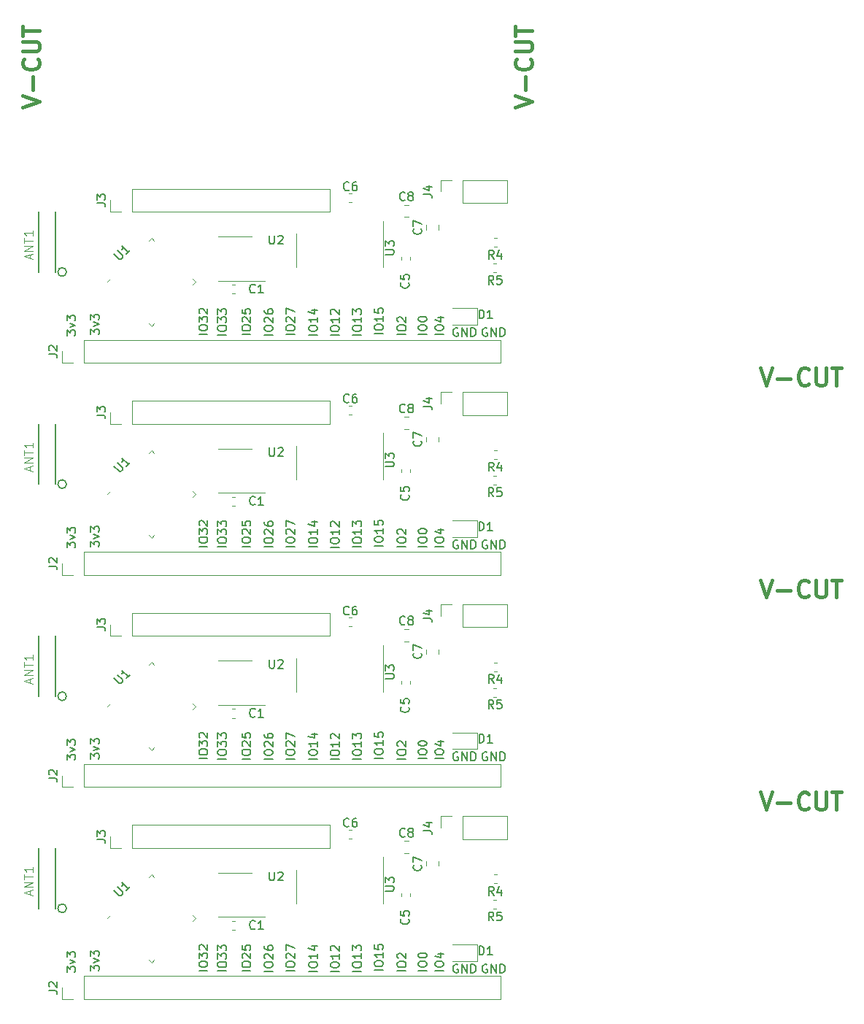
<source format=gbr>
G04 #@! TF.GenerationSoftware,KiCad,Pcbnew,5.1.7-a382d34a8~87~ubuntu20.04.1*
G04 #@! TF.CreationDate,2020-11-13T11:14:20+11:00*
G04 #@! TF.ProjectId,jackco-esp32-pico-panel-v2,6a61636b-636f-42d6-9573-7033322d7069,rev?*
G04 #@! TF.SameCoordinates,Original*
G04 #@! TF.FileFunction,Legend,Top*
G04 #@! TF.FilePolarity,Positive*
%FSLAX46Y46*%
G04 Gerber Fmt 4.6, Leading zero omitted, Abs format (unit mm)*
G04 Created by KiCad (PCBNEW 5.1.7-a382d34a8~87~ubuntu20.04.1) date 2020-11-13 11:14:20*
%MOMM*%
%LPD*%
G01*
G04 APERTURE LIST*
%ADD10C,0.400000*%
%ADD11C,0.150000*%
%ADD12C,0.127000*%
%ADD13C,0.120000*%
%ADD14C,0.015000*%
G04 APERTURE END LIST*
D10*
X106054761Y-43261533D02*
X108054761Y-42594867D01*
X106054761Y-41928200D01*
X107292857Y-41261533D02*
X107292857Y-39737724D01*
X107864285Y-37642486D02*
X107959523Y-37737724D01*
X108054761Y-38023438D01*
X108054761Y-38213914D01*
X107959523Y-38499629D01*
X107769047Y-38690105D01*
X107578571Y-38785343D01*
X107197619Y-38880581D01*
X106911904Y-38880581D01*
X106530952Y-38785343D01*
X106340476Y-38690105D01*
X106150000Y-38499629D01*
X106054761Y-38213914D01*
X106054761Y-38023438D01*
X106150000Y-37737724D01*
X106245238Y-37642486D01*
X106054761Y-36785343D02*
X107673809Y-36785343D01*
X107864285Y-36690105D01*
X107959523Y-36594867D01*
X108054761Y-36404390D01*
X108054761Y-36023438D01*
X107959523Y-35832962D01*
X107864285Y-35737724D01*
X107673809Y-35642486D01*
X106054761Y-35642486D01*
X106054761Y-34975819D02*
X106054761Y-33832962D01*
X108054761Y-34404390D02*
X106054761Y-34404390D01*
X48904761Y-43261533D02*
X50904761Y-42594867D01*
X48904761Y-41928200D01*
X50142857Y-41261533D02*
X50142857Y-39737724D01*
X50714285Y-37642486D02*
X50809523Y-37737724D01*
X50904761Y-38023438D01*
X50904761Y-38213914D01*
X50809523Y-38499629D01*
X50619047Y-38690105D01*
X50428571Y-38785343D01*
X50047619Y-38880581D01*
X49761904Y-38880581D01*
X49380952Y-38785343D01*
X49190476Y-38690105D01*
X49000000Y-38499629D01*
X48904761Y-38213914D01*
X48904761Y-38023438D01*
X49000000Y-37737724D01*
X49095238Y-37642486D01*
X48904761Y-36785343D02*
X50523809Y-36785343D01*
X50714285Y-36690105D01*
X50809523Y-36594867D01*
X50904761Y-36404390D01*
X50904761Y-36023438D01*
X50809523Y-35832962D01*
X50714285Y-35737724D01*
X50523809Y-35642486D01*
X48904761Y-35642486D01*
X48904761Y-34975819D02*
X48904761Y-33832962D01*
X50904761Y-34404390D02*
X48904761Y-34404390D01*
X134525478Y-98114761D02*
X135192144Y-100114761D01*
X135858811Y-98114761D01*
X136525478Y-99352857D02*
X138049287Y-99352857D01*
X140144525Y-99924285D02*
X140049287Y-100019523D01*
X139763573Y-100114761D01*
X139573097Y-100114761D01*
X139287382Y-100019523D01*
X139096906Y-99829047D01*
X139001668Y-99638571D01*
X138906430Y-99257619D01*
X138906430Y-98971904D01*
X139001668Y-98590952D01*
X139096906Y-98400476D01*
X139287382Y-98210000D01*
X139573097Y-98114761D01*
X139763573Y-98114761D01*
X140049287Y-98210000D01*
X140144525Y-98305238D01*
X141001668Y-98114761D02*
X141001668Y-99733809D01*
X141096906Y-99924285D01*
X141192144Y-100019523D01*
X141382621Y-100114761D01*
X141763573Y-100114761D01*
X141954049Y-100019523D01*
X142049287Y-99924285D01*
X142144525Y-99733809D01*
X142144525Y-98114761D01*
X142811192Y-98114761D02*
X143954049Y-98114761D01*
X143382621Y-100114761D02*
X143382621Y-98114761D01*
X134525478Y-73514761D02*
X135192144Y-75514761D01*
X135858811Y-73514761D01*
X136525478Y-74752857D02*
X138049287Y-74752857D01*
X140144525Y-75324285D02*
X140049287Y-75419523D01*
X139763573Y-75514761D01*
X139573097Y-75514761D01*
X139287382Y-75419523D01*
X139096906Y-75229047D01*
X139001668Y-75038571D01*
X138906430Y-74657619D01*
X138906430Y-74371904D01*
X139001668Y-73990952D01*
X139096906Y-73800476D01*
X139287382Y-73610000D01*
X139573097Y-73514761D01*
X139763573Y-73514761D01*
X140049287Y-73610000D01*
X140144525Y-73705238D01*
X141001668Y-73514761D02*
X141001668Y-75133809D01*
X141096906Y-75324285D01*
X141192144Y-75419523D01*
X141382621Y-75514761D01*
X141763573Y-75514761D01*
X141954049Y-75419523D01*
X142049287Y-75324285D01*
X142144525Y-75133809D01*
X142144525Y-73514761D01*
X142811192Y-73514761D02*
X143954049Y-73514761D01*
X143382621Y-75514761D02*
X143382621Y-73514761D01*
X134525478Y-122724761D02*
X135192144Y-124724761D01*
X135858811Y-122724761D01*
X136525478Y-123962857D02*
X138049287Y-123962857D01*
X140144525Y-124534285D02*
X140049287Y-124629523D01*
X139763573Y-124724761D01*
X139573097Y-124724761D01*
X139287382Y-124629523D01*
X139096906Y-124439047D01*
X139001668Y-124248571D01*
X138906430Y-123867619D01*
X138906430Y-123581904D01*
X139001668Y-123200952D01*
X139096906Y-123010476D01*
X139287382Y-122820000D01*
X139573097Y-122724761D01*
X139763573Y-122724761D01*
X140049287Y-122820000D01*
X140144525Y-122915238D01*
X141001668Y-122724761D02*
X141001668Y-124343809D01*
X141096906Y-124534285D01*
X141192144Y-124629523D01*
X141382621Y-124724761D01*
X141763573Y-124724761D01*
X141954049Y-124629523D01*
X142049287Y-124534285D01*
X142144525Y-124343809D01*
X142144525Y-122724761D01*
X142811192Y-122724761D02*
X143954049Y-122724761D01*
X143382621Y-124724761D02*
X143382621Y-122724761D01*
D11*
X54076381Y-143566492D02*
X54076381Y-142947444D01*
X54457334Y-143280777D01*
X54457334Y-143137920D01*
X54504953Y-143042682D01*
X54552572Y-142995063D01*
X54647810Y-142947444D01*
X54885905Y-142947444D01*
X54981143Y-142995063D01*
X55028762Y-143042682D01*
X55076381Y-143137920D01*
X55076381Y-143423635D01*
X55028762Y-143518873D01*
X54981143Y-143566492D01*
X54409715Y-142614111D02*
X55076381Y-142376016D01*
X54409715Y-142137920D01*
X54076381Y-141852206D02*
X54076381Y-141233158D01*
X54457334Y-141566492D01*
X54457334Y-141423635D01*
X54504953Y-141328396D01*
X54552572Y-141280777D01*
X54647810Y-141233158D01*
X54885905Y-141233158D01*
X54981143Y-141280777D01*
X55028762Y-141328396D01*
X55076381Y-141423635D01*
X55076381Y-141709349D01*
X55028762Y-141804587D01*
X54981143Y-141852206D01*
X56836381Y-143446492D02*
X56836381Y-142827444D01*
X57217334Y-143160777D01*
X57217334Y-143017920D01*
X57264953Y-142922682D01*
X57312572Y-142875063D01*
X57407810Y-142827444D01*
X57645905Y-142827444D01*
X57741143Y-142875063D01*
X57788762Y-142922682D01*
X57836381Y-143017920D01*
X57836381Y-143303635D01*
X57788762Y-143398873D01*
X57741143Y-143446492D01*
X57169715Y-142494111D02*
X57836381Y-142256016D01*
X57169715Y-142017920D01*
X56836381Y-141732206D02*
X56836381Y-141113158D01*
X57217334Y-141446492D01*
X57217334Y-141303635D01*
X57264953Y-141208396D01*
X57312572Y-141160777D01*
X57407810Y-141113158D01*
X57645905Y-141113158D01*
X57741143Y-141160777D01*
X57788762Y-141208396D01*
X57836381Y-141303635D01*
X57836381Y-141589349D01*
X57788762Y-141684587D01*
X57741143Y-141732206D01*
X70396381Y-143422206D02*
X69396381Y-143422206D01*
X69396381Y-142755539D02*
X69396381Y-142565063D01*
X69444001Y-142469825D01*
X69539239Y-142374587D01*
X69729715Y-142326968D01*
X70063048Y-142326968D01*
X70253524Y-142374587D01*
X70348762Y-142469825D01*
X70396381Y-142565063D01*
X70396381Y-142755539D01*
X70348762Y-142850777D01*
X70253524Y-142946016D01*
X70063048Y-142993635D01*
X69729715Y-142993635D01*
X69539239Y-142946016D01*
X69444001Y-142850777D01*
X69396381Y-142755539D01*
X69396381Y-141993635D02*
X69396381Y-141374587D01*
X69777334Y-141707920D01*
X69777334Y-141565063D01*
X69824953Y-141469825D01*
X69872572Y-141422206D01*
X69967810Y-141374587D01*
X70205905Y-141374587D01*
X70301143Y-141422206D01*
X70348762Y-141469825D01*
X70396381Y-141565063D01*
X70396381Y-141850777D01*
X70348762Y-141946016D01*
X70301143Y-141993635D01*
X69491620Y-140993635D02*
X69444001Y-140946016D01*
X69396381Y-140850777D01*
X69396381Y-140612682D01*
X69444001Y-140517444D01*
X69491620Y-140469825D01*
X69586858Y-140422206D01*
X69682096Y-140422206D01*
X69824953Y-140469825D01*
X70396381Y-141041254D01*
X70396381Y-140422206D01*
X72581381Y-143472206D02*
X71581381Y-143472206D01*
X71581381Y-142805539D02*
X71581381Y-142615063D01*
X71629001Y-142519825D01*
X71724239Y-142424587D01*
X71914715Y-142376968D01*
X72248048Y-142376968D01*
X72438524Y-142424587D01*
X72533762Y-142519825D01*
X72581381Y-142615063D01*
X72581381Y-142805539D01*
X72533762Y-142900777D01*
X72438524Y-142996016D01*
X72248048Y-143043635D01*
X71914715Y-143043635D01*
X71724239Y-142996016D01*
X71629001Y-142900777D01*
X71581381Y-142805539D01*
X71581381Y-142043635D02*
X71581381Y-141424587D01*
X71962334Y-141757920D01*
X71962334Y-141615063D01*
X72009953Y-141519825D01*
X72057572Y-141472206D01*
X72152810Y-141424587D01*
X72390905Y-141424587D01*
X72486143Y-141472206D01*
X72533762Y-141519825D01*
X72581381Y-141615063D01*
X72581381Y-141900777D01*
X72533762Y-141996016D01*
X72486143Y-142043635D01*
X71581381Y-141091254D02*
X71581381Y-140472206D01*
X71962334Y-140805539D01*
X71962334Y-140662682D01*
X72009953Y-140567444D01*
X72057572Y-140519825D01*
X72152810Y-140472206D01*
X72390905Y-140472206D01*
X72486143Y-140519825D01*
X72533762Y-140567444D01*
X72581381Y-140662682D01*
X72581381Y-140948396D01*
X72533762Y-141043635D01*
X72486143Y-141091254D01*
X75386381Y-143452206D02*
X74386381Y-143452206D01*
X74386381Y-142785539D02*
X74386381Y-142595063D01*
X74434001Y-142499825D01*
X74529239Y-142404587D01*
X74719715Y-142356968D01*
X75053048Y-142356968D01*
X75243524Y-142404587D01*
X75338762Y-142499825D01*
X75386381Y-142595063D01*
X75386381Y-142785539D01*
X75338762Y-142880777D01*
X75243524Y-142976016D01*
X75053048Y-143023635D01*
X74719715Y-143023635D01*
X74529239Y-142976016D01*
X74434001Y-142880777D01*
X74386381Y-142785539D01*
X74481620Y-141976016D02*
X74434001Y-141928396D01*
X74386381Y-141833158D01*
X74386381Y-141595063D01*
X74434001Y-141499825D01*
X74481620Y-141452206D01*
X74576858Y-141404587D01*
X74672096Y-141404587D01*
X74814953Y-141452206D01*
X75386381Y-142023635D01*
X75386381Y-141404587D01*
X74386381Y-140499825D02*
X74386381Y-140976016D01*
X74862572Y-141023635D01*
X74814953Y-140976016D01*
X74767334Y-140880777D01*
X74767334Y-140642682D01*
X74814953Y-140547444D01*
X74862572Y-140499825D01*
X74957810Y-140452206D01*
X75195905Y-140452206D01*
X75291143Y-140499825D01*
X75338762Y-140547444D01*
X75386381Y-140642682D01*
X75386381Y-140880777D01*
X75338762Y-140976016D01*
X75291143Y-141023635D01*
X77976381Y-143492206D02*
X76976381Y-143492206D01*
X76976381Y-142825539D02*
X76976381Y-142635063D01*
X77024001Y-142539825D01*
X77119239Y-142444587D01*
X77309715Y-142396968D01*
X77643048Y-142396968D01*
X77833524Y-142444587D01*
X77928762Y-142539825D01*
X77976381Y-142635063D01*
X77976381Y-142825539D01*
X77928762Y-142920777D01*
X77833524Y-143016016D01*
X77643048Y-143063635D01*
X77309715Y-143063635D01*
X77119239Y-143016016D01*
X77024001Y-142920777D01*
X76976381Y-142825539D01*
X77071620Y-142016016D02*
X77024001Y-141968396D01*
X76976381Y-141873158D01*
X76976381Y-141635063D01*
X77024001Y-141539825D01*
X77071620Y-141492206D01*
X77166858Y-141444587D01*
X77262096Y-141444587D01*
X77404953Y-141492206D01*
X77976381Y-142063635D01*
X77976381Y-141444587D01*
X76976381Y-140587444D02*
X76976381Y-140777920D01*
X77024001Y-140873158D01*
X77071620Y-140920777D01*
X77214477Y-141016016D01*
X77404953Y-141063635D01*
X77785905Y-141063635D01*
X77881143Y-141016016D01*
X77928762Y-140968396D01*
X77976381Y-140873158D01*
X77976381Y-140682682D01*
X77928762Y-140587444D01*
X77881143Y-140539825D01*
X77785905Y-140492206D01*
X77547810Y-140492206D01*
X77452572Y-140539825D01*
X77404953Y-140587444D01*
X77357334Y-140682682D01*
X77357334Y-140873158D01*
X77404953Y-140968396D01*
X77452572Y-141016016D01*
X77547810Y-141063635D01*
X80496381Y-143452206D02*
X79496381Y-143452206D01*
X79496381Y-142785539D02*
X79496381Y-142595063D01*
X79544001Y-142499825D01*
X79639239Y-142404587D01*
X79829715Y-142356968D01*
X80163048Y-142356968D01*
X80353524Y-142404587D01*
X80448762Y-142499825D01*
X80496381Y-142595063D01*
X80496381Y-142785539D01*
X80448762Y-142880777D01*
X80353524Y-142976016D01*
X80163048Y-143023635D01*
X79829715Y-143023635D01*
X79639239Y-142976016D01*
X79544001Y-142880777D01*
X79496381Y-142785539D01*
X79591620Y-141976016D02*
X79544001Y-141928396D01*
X79496381Y-141833158D01*
X79496381Y-141595063D01*
X79544001Y-141499825D01*
X79591620Y-141452206D01*
X79686858Y-141404587D01*
X79782096Y-141404587D01*
X79924953Y-141452206D01*
X80496381Y-142023635D01*
X80496381Y-141404587D01*
X79496381Y-141071254D02*
X79496381Y-140404587D01*
X80496381Y-140833158D01*
X83136381Y-143492206D02*
X82136381Y-143492206D01*
X82136381Y-142825539D02*
X82136381Y-142635063D01*
X82184001Y-142539825D01*
X82279239Y-142444587D01*
X82469715Y-142396968D01*
X82803048Y-142396968D01*
X82993524Y-142444587D01*
X83088762Y-142539825D01*
X83136381Y-142635063D01*
X83136381Y-142825539D01*
X83088762Y-142920777D01*
X82993524Y-143016016D01*
X82803048Y-143063635D01*
X82469715Y-143063635D01*
X82279239Y-143016016D01*
X82184001Y-142920777D01*
X82136381Y-142825539D01*
X83136381Y-141444587D02*
X83136381Y-142016016D01*
X83136381Y-141730301D02*
X82136381Y-141730301D01*
X82279239Y-141825539D01*
X82374477Y-141920777D01*
X82422096Y-142016016D01*
X82469715Y-140587444D02*
X83136381Y-140587444D01*
X82088762Y-140825539D02*
X82803048Y-141063635D01*
X82803048Y-140444587D01*
X85656381Y-143522206D02*
X84656381Y-143522206D01*
X84656381Y-142855539D02*
X84656381Y-142665063D01*
X84704001Y-142569825D01*
X84799239Y-142474587D01*
X84989715Y-142426968D01*
X85323048Y-142426968D01*
X85513524Y-142474587D01*
X85608762Y-142569825D01*
X85656381Y-142665063D01*
X85656381Y-142855539D01*
X85608762Y-142950777D01*
X85513524Y-143046016D01*
X85323048Y-143093635D01*
X84989715Y-143093635D01*
X84799239Y-143046016D01*
X84704001Y-142950777D01*
X84656381Y-142855539D01*
X85656381Y-141474587D02*
X85656381Y-142046016D01*
X85656381Y-141760301D02*
X84656381Y-141760301D01*
X84799239Y-141855539D01*
X84894477Y-141950777D01*
X84942096Y-142046016D01*
X84751620Y-141093635D02*
X84704001Y-141046016D01*
X84656381Y-140950777D01*
X84656381Y-140712682D01*
X84704001Y-140617444D01*
X84751620Y-140569825D01*
X84846858Y-140522206D01*
X84942096Y-140522206D01*
X85084953Y-140569825D01*
X85656381Y-141141254D01*
X85656381Y-140522206D01*
X93416381Y-143456016D02*
X92416381Y-143456016D01*
X92416381Y-142789349D02*
X92416381Y-142598873D01*
X92464001Y-142503635D01*
X92559239Y-142408396D01*
X92749715Y-142360777D01*
X93083048Y-142360777D01*
X93273524Y-142408396D01*
X93368762Y-142503635D01*
X93416381Y-142598873D01*
X93416381Y-142789349D01*
X93368762Y-142884587D01*
X93273524Y-142979825D01*
X93083048Y-143027444D01*
X92749715Y-143027444D01*
X92559239Y-142979825D01*
X92464001Y-142884587D01*
X92416381Y-142789349D01*
X92511620Y-141979825D02*
X92464001Y-141932206D01*
X92416381Y-141836968D01*
X92416381Y-141598873D01*
X92464001Y-141503635D01*
X92511620Y-141456016D01*
X92606858Y-141408396D01*
X92702096Y-141408396D01*
X92844953Y-141456016D01*
X93416381Y-142027444D01*
X93416381Y-141408396D01*
X95846381Y-143416016D02*
X94846381Y-143416016D01*
X94846381Y-142749349D02*
X94846381Y-142558873D01*
X94894001Y-142463635D01*
X94989239Y-142368396D01*
X95179715Y-142320777D01*
X95513048Y-142320777D01*
X95703524Y-142368396D01*
X95798762Y-142463635D01*
X95846381Y-142558873D01*
X95846381Y-142749349D01*
X95798762Y-142844587D01*
X95703524Y-142939825D01*
X95513048Y-142987444D01*
X95179715Y-142987444D01*
X94989239Y-142939825D01*
X94894001Y-142844587D01*
X94846381Y-142749349D01*
X94846381Y-141701730D02*
X94846381Y-141606492D01*
X94894001Y-141511254D01*
X94941620Y-141463635D01*
X95036858Y-141416016D01*
X95227334Y-141368396D01*
X95465429Y-141368396D01*
X95655905Y-141416016D01*
X95751143Y-141463635D01*
X95798762Y-141511254D01*
X95846381Y-141606492D01*
X95846381Y-141701730D01*
X95798762Y-141796968D01*
X95751143Y-141844587D01*
X95655905Y-141892206D01*
X95465429Y-141939825D01*
X95227334Y-141939825D01*
X95036858Y-141892206D01*
X94941620Y-141844587D01*
X94894001Y-141796968D01*
X94846381Y-141701730D01*
X97796381Y-143416016D02*
X96796381Y-143416016D01*
X96796381Y-142749349D02*
X96796381Y-142558873D01*
X96844001Y-142463635D01*
X96939239Y-142368396D01*
X97129715Y-142320777D01*
X97463048Y-142320777D01*
X97653524Y-142368396D01*
X97748762Y-142463635D01*
X97796381Y-142558873D01*
X97796381Y-142749349D01*
X97748762Y-142844587D01*
X97653524Y-142939825D01*
X97463048Y-142987444D01*
X97129715Y-142987444D01*
X96939239Y-142939825D01*
X96844001Y-142844587D01*
X96796381Y-142749349D01*
X97129715Y-141463635D02*
X97796381Y-141463635D01*
X96748762Y-141701730D02*
X97463048Y-141939825D01*
X97463048Y-141320777D01*
X99442096Y-142726016D02*
X99346858Y-142678396D01*
X99204001Y-142678396D01*
X99061143Y-142726016D01*
X98965905Y-142821254D01*
X98918286Y-142916492D01*
X98870667Y-143106968D01*
X98870667Y-143249825D01*
X98918286Y-143440301D01*
X98965905Y-143535539D01*
X99061143Y-143630777D01*
X99204001Y-143678396D01*
X99299239Y-143678396D01*
X99442096Y-143630777D01*
X99489715Y-143583158D01*
X99489715Y-143249825D01*
X99299239Y-143249825D01*
X99918286Y-143678396D02*
X99918286Y-142678396D01*
X100489715Y-143678396D01*
X100489715Y-142678396D01*
X100965905Y-143678396D02*
X100965905Y-142678396D01*
X101204001Y-142678396D01*
X101346858Y-142726016D01*
X101442096Y-142821254D01*
X101489715Y-142916492D01*
X101537334Y-143106968D01*
X101537334Y-143249825D01*
X101489715Y-143440301D01*
X101442096Y-143535539D01*
X101346858Y-143630777D01*
X101204001Y-143678396D01*
X100965905Y-143678396D01*
X102832096Y-142726016D02*
X102736858Y-142678396D01*
X102594001Y-142678396D01*
X102451143Y-142726016D01*
X102355905Y-142821254D01*
X102308286Y-142916492D01*
X102260667Y-143106968D01*
X102260667Y-143249825D01*
X102308286Y-143440301D01*
X102355905Y-143535539D01*
X102451143Y-143630777D01*
X102594001Y-143678396D01*
X102689239Y-143678396D01*
X102832096Y-143630777D01*
X102879715Y-143583158D01*
X102879715Y-143249825D01*
X102689239Y-143249825D01*
X103308286Y-143678396D02*
X103308286Y-142678396D01*
X103879715Y-143678396D01*
X103879715Y-142678396D01*
X104355905Y-143678396D02*
X104355905Y-142678396D01*
X104594001Y-142678396D01*
X104736858Y-142726016D01*
X104832096Y-142821254D01*
X104879715Y-142916492D01*
X104927334Y-143106968D01*
X104927334Y-143249825D01*
X104879715Y-143440301D01*
X104832096Y-143535539D01*
X104736858Y-143630777D01*
X104594001Y-143678396D01*
X104355905Y-143678396D01*
X88246381Y-143482206D02*
X87246381Y-143482206D01*
X87246381Y-142815539D02*
X87246381Y-142625063D01*
X87294001Y-142529825D01*
X87389239Y-142434587D01*
X87579715Y-142386968D01*
X87913048Y-142386968D01*
X88103524Y-142434587D01*
X88198762Y-142529825D01*
X88246381Y-142625063D01*
X88246381Y-142815539D01*
X88198762Y-142910777D01*
X88103524Y-143006016D01*
X87913048Y-143053635D01*
X87579715Y-143053635D01*
X87389239Y-143006016D01*
X87294001Y-142910777D01*
X87246381Y-142815539D01*
X88246381Y-141434587D02*
X88246381Y-142006016D01*
X88246381Y-141720301D02*
X87246381Y-141720301D01*
X87389239Y-141815539D01*
X87484477Y-141910777D01*
X87532096Y-142006016D01*
X87246381Y-141101254D02*
X87246381Y-140482206D01*
X87627334Y-140815539D01*
X87627334Y-140672682D01*
X87674953Y-140577444D01*
X87722572Y-140529825D01*
X87817810Y-140482206D01*
X88055905Y-140482206D01*
X88151143Y-140529825D01*
X88198762Y-140577444D01*
X88246381Y-140672682D01*
X88246381Y-140958396D01*
X88198762Y-141053635D01*
X88151143Y-141101254D01*
X90771381Y-143367206D02*
X89771381Y-143367206D01*
X89771381Y-142700539D02*
X89771381Y-142510063D01*
X89819001Y-142414825D01*
X89914239Y-142319587D01*
X90104715Y-142271968D01*
X90438048Y-142271968D01*
X90628524Y-142319587D01*
X90723762Y-142414825D01*
X90771381Y-142510063D01*
X90771381Y-142700539D01*
X90723762Y-142795777D01*
X90628524Y-142891016D01*
X90438048Y-142938635D01*
X90104715Y-142938635D01*
X89914239Y-142891016D01*
X89819001Y-142795777D01*
X89771381Y-142700539D01*
X90771381Y-141319587D02*
X90771381Y-141891016D01*
X90771381Y-141605301D02*
X89771381Y-141605301D01*
X89914239Y-141700539D01*
X90009477Y-141795777D01*
X90057096Y-141891016D01*
X89771381Y-140414825D02*
X89771381Y-140891016D01*
X90247572Y-140938635D01*
X90199953Y-140891016D01*
X90152334Y-140795777D01*
X90152334Y-140557682D01*
X90199953Y-140462444D01*
X90247572Y-140414825D01*
X90342810Y-140367206D01*
X90580905Y-140367206D01*
X90676143Y-140414825D01*
X90723762Y-140462444D01*
X90771381Y-140557682D01*
X90771381Y-140795777D01*
X90723762Y-140891016D01*
X90676143Y-140938635D01*
X54076381Y-118960487D02*
X54076381Y-118341439D01*
X54457334Y-118674772D01*
X54457334Y-118531915D01*
X54504953Y-118436677D01*
X54552572Y-118389058D01*
X54647810Y-118341439D01*
X54885905Y-118341439D01*
X54981143Y-118389058D01*
X55028762Y-118436677D01*
X55076381Y-118531915D01*
X55076381Y-118817630D01*
X55028762Y-118912868D01*
X54981143Y-118960487D01*
X54409715Y-118008106D02*
X55076381Y-117770011D01*
X54409715Y-117531915D01*
X54076381Y-117246201D02*
X54076381Y-116627153D01*
X54457334Y-116960487D01*
X54457334Y-116817630D01*
X54504953Y-116722391D01*
X54552572Y-116674772D01*
X54647810Y-116627153D01*
X54885905Y-116627153D01*
X54981143Y-116674772D01*
X55028762Y-116722391D01*
X55076381Y-116817630D01*
X55076381Y-117103344D01*
X55028762Y-117198582D01*
X54981143Y-117246201D01*
X56836381Y-118840487D02*
X56836381Y-118221439D01*
X57217334Y-118554772D01*
X57217334Y-118411915D01*
X57264953Y-118316677D01*
X57312572Y-118269058D01*
X57407810Y-118221439D01*
X57645905Y-118221439D01*
X57741143Y-118269058D01*
X57788762Y-118316677D01*
X57836381Y-118411915D01*
X57836381Y-118697630D01*
X57788762Y-118792868D01*
X57741143Y-118840487D01*
X57169715Y-117888106D02*
X57836381Y-117650011D01*
X57169715Y-117411915D01*
X56836381Y-117126201D02*
X56836381Y-116507153D01*
X57217334Y-116840487D01*
X57217334Y-116697630D01*
X57264953Y-116602391D01*
X57312572Y-116554772D01*
X57407810Y-116507153D01*
X57645905Y-116507153D01*
X57741143Y-116554772D01*
X57788762Y-116602391D01*
X57836381Y-116697630D01*
X57836381Y-116983344D01*
X57788762Y-117078582D01*
X57741143Y-117126201D01*
X70396381Y-118816201D02*
X69396381Y-118816201D01*
X69396381Y-118149534D02*
X69396381Y-117959058D01*
X69444001Y-117863820D01*
X69539239Y-117768582D01*
X69729715Y-117720963D01*
X70063048Y-117720963D01*
X70253524Y-117768582D01*
X70348762Y-117863820D01*
X70396381Y-117959058D01*
X70396381Y-118149534D01*
X70348762Y-118244772D01*
X70253524Y-118340011D01*
X70063048Y-118387630D01*
X69729715Y-118387630D01*
X69539239Y-118340011D01*
X69444001Y-118244772D01*
X69396381Y-118149534D01*
X69396381Y-117387630D02*
X69396381Y-116768582D01*
X69777334Y-117101915D01*
X69777334Y-116959058D01*
X69824953Y-116863820D01*
X69872572Y-116816201D01*
X69967810Y-116768582D01*
X70205905Y-116768582D01*
X70301143Y-116816201D01*
X70348762Y-116863820D01*
X70396381Y-116959058D01*
X70396381Y-117244772D01*
X70348762Y-117340011D01*
X70301143Y-117387630D01*
X69491620Y-116387630D02*
X69444001Y-116340011D01*
X69396381Y-116244772D01*
X69396381Y-116006677D01*
X69444001Y-115911439D01*
X69491620Y-115863820D01*
X69586858Y-115816201D01*
X69682096Y-115816201D01*
X69824953Y-115863820D01*
X70396381Y-116435249D01*
X70396381Y-115816201D01*
X72581381Y-118866201D02*
X71581381Y-118866201D01*
X71581381Y-118199534D02*
X71581381Y-118009058D01*
X71629001Y-117913820D01*
X71724239Y-117818582D01*
X71914715Y-117770963D01*
X72248048Y-117770963D01*
X72438524Y-117818582D01*
X72533762Y-117913820D01*
X72581381Y-118009058D01*
X72581381Y-118199534D01*
X72533762Y-118294772D01*
X72438524Y-118390011D01*
X72248048Y-118437630D01*
X71914715Y-118437630D01*
X71724239Y-118390011D01*
X71629001Y-118294772D01*
X71581381Y-118199534D01*
X71581381Y-117437630D02*
X71581381Y-116818582D01*
X71962334Y-117151915D01*
X71962334Y-117009058D01*
X72009953Y-116913820D01*
X72057572Y-116866201D01*
X72152810Y-116818582D01*
X72390905Y-116818582D01*
X72486143Y-116866201D01*
X72533762Y-116913820D01*
X72581381Y-117009058D01*
X72581381Y-117294772D01*
X72533762Y-117390011D01*
X72486143Y-117437630D01*
X71581381Y-116485249D02*
X71581381Y-115866201D01*
X71962334Y-116199534D01*
X71962334Y-116056677D01*
X72009953Y-115961439D01*
X72057572Y-115913820D01*
X72152810Y-115866201D01*
X72390905Y-115866201D01*
X72486143Y-115913820D01*
X72533762Y-115961439D01*
X72581381Y-116056677D01*
X72581381Y-116342391D01*
X72533762Y-116437630D01*
X72486143Y-116485249D01*
X75386381Y-118846201D02*
X74386381Y-118846201D01*
X74386381Y-118179534D02*
X74386381Y-117989058D01*
X74434001Y-117893820D01*
X74529239Y-117798582D01*
X74719715Y-117750963D01*
X75053048Y-117750963D01*
X75243524Y-117798582D01*
X75338762Y-117893820D01*
X75386381Y-117989058D01*
X75386381Y-118179534D01*
X75338762Y-118274772D01*
X75243524Y-118370011D01*
X75053048Y-118417630D01*
X74719715Y-118417630D01*
X74529239Y-118370011D01*
X74434001Y-118274772D01*
X74386381Y-118179534D01*
X74481620Y-117370011D02*
X74434001Y-117322391D01*
X74386381Y-117227153D01*
X74386381Y-116989058D01*
X74434001Y-116893820D01*
X74481620Y-116846201D01*
X74576858Y-116798582D01*
X74672096Y-116798582D01*
X74814953Y-116846201D01*
X75386381Y-117417630D01*
X75386381Y-116798582D01*
X74386381Y-115893820D02*
X74386381Y-116370011D01*
X74862572Y-116417630D01*
X74814953Y-116370011D01*
X74767334Y-116274772D01*
X74767334Y-116036677D01*
X74814953Y-115941439D01*
X74862572Y-115893820D01*
X74957810Y-115846201D01*
X75195905Y-115846201D01*
X75291143Y-115893820D01*
X75338762Y-115941439D01*
X75386381Y-116036677D01*
X75386381Y-116274772D01*
X75338762Y-116370011D01*
X75291143Y-116417630D01*
X77976381Y-118886201D02*
X76976381Y-118886201D01*
X76976381Y-118219534D02*
X76976381Y-118029058D01*
X77024001Y-117933820D01*
X77119239Y-117838582D01*
X77309715Y-117790963D01*
X77643048Y-117790963D01*
X77833524Y-117838582D01*
X77928762Y-117933820D01*
X77976381Y-118029058D01*
X77976381Y-118219534D01*
X77928762Y-118314772D01*
X77833524Y-118410011D01*
X77643048Y-118457630D01*
X77309715Y-118457630D01*
X77119239Y-118410011D01*
X77024001Y-118314772D01*
X76976381Y-118219534D01*
X77071620Y-117410011D02*
X77024001Y-117362391D01*
X76976381Y-117267153D01*
X76976381Y-117029058D01*
X77024001Y-116933820D01*
X77071620Y-116886201D01*
X77166858Y-116838582D01*
X77262096Y-116838582D01*
X77404953Y-116886201D01*
X77976381Y-117457630D01*
X77976381Y-116838582D01*
X76976381Y-115981439D02*
X76976381Y-116171915D01*
X77024001Y-116267153D01*
X77071620Y-116314772D01*
X77214477Y-116410011D01*
X77404953Y-116457630D01*
X77785905Y-116457630D01*
X77881143Y-116410011D01*
X77928762Y-116362391D01*
X77976381Y-116267153D01*
X77976381Y-116076677D01*
X77928762Y-115981439D01*
X77881143Y-115933820D01*
X77785905Y-115886201D01*
X77547810Y-115886201D01*
X77452572Y-115933820D01*
X77404953Y-115981439D01*
X77357334Y-116076677D01*
X77357334Y-116267153D01*
X77404953Y-116362391D01*
X77452572Y-116410011D01*
X77547810Y-116457630D01*
X80496381Y-118846201D02*
X79496381Y-118846201D01*
X79496381Y-118179534D02*
X79496381Y-117989058D01*
X79544001Y-117893820D01*
X79639239Y-117798582D01*
X79829715Y-117750963D01*
X80163048Y-117750963D01*
X80353524Y-117798582D01*
X80448762Y-117893820D01*
X80496381Y-117989058D01*
X80496381Y-118179534D01*
X80448762Y-118274772D01*
X80353524Y-118370011D01*
X80163048Y-118417630D01*
X79829715Y-118417630D01*
X79639239Y-118370011D01*
X79544001Y-118274772D01*
X79496381Y-118179534D01*
X79591620Y-117370011D02*
X79544001Y-117322391D01*
X79496381Y-117227153D01*
X79496381Y-116989058D01*
X79544001Y-116893820D01*
X79591620Y-116846201D01*
X79686858Y-116798582D01*
X79782096Y-116798582D01*
X79924953Y-116846201D01*
X80496381Y-117417630D01*
X80496381Y-116798582D01*
X79496381Y-116465249D02*
X79496381Y-115798582D01*
X80496381Y-116227153D01*
X83136381Y-118886201D02*
X82136381Y-118886201D01*
X82136381Y-118219534D02*
X82136381Y-118029058D01*
X82184001Y-117933820D01*
X82279239Y-117838582D01*
X82469715Y-117790963D01*
X82803048Y-117790963D01*
X82993524Y-117838582D01*
X83088762Y-117933820D01*
X83136381Y-118029058D01*
X83136381Y-118219534D01*
X83088762Y-118314772D01*
X82993524Y-118410011D01*
X82803048Y-118457630D01*
X82469715Y-118457630D01*
X82279239Y-118410011D01*
X82184001Y-118314772D01*
X82136381Y-118219534D01*
X83136381Y-116838582D02*
X83136381Y-117410011D01*
X83136381Y-117124296D02*
X82136381Y-117124296D01*
X82279239Y-117219534D01*
X82374477Y-117314772D01*
X82422096Y-117410011D01*
X82469715Y-115981439D02*
X83136381Y-115981439D01*
X82088762Y-116219534D02*
X82803048Y-116457630D01*
X82803048Y-115838582D01*
X85656381Y-118916201D02*
X84656381Y-118916201D01*
X84656381Y-118249534D02*
X84656381Y-118059058D01*
X84704001Y-117963820D01*
X84799239Y-117868582D01*
X84989715Y-117820963D01*
X85323048Y-117820963D01*
X85513524Y-117868582D01*
X85608762Y-117963820D01*
X85656381Y-118059058D01*
X85656381Y-118249534D01*
X85608762Y-118344772D01*
X85513524Y-118440011D01*
X85323048Y-118487630D01*
X84989715Y-118487630D01*
X84799239Y-118440011D01*
X84704001Y-118344772D01*
X84656381Y-118249534D01*
X85656381Y-116868582D02*
X85656381Y-117440011D01*
X85656381Y-117154296D02*
X84656381Y-117154296D01*
X84799239Y-117249534D01*
X84894477Y-117344772D01*
X84942096Y-117440011D01*
X84751620Y-116487630D02*
X84704001Y-116440011D01*
X84656381Y-116344772D01*
X84656381Y-116106677D01*
X84704001Y-116011439D01*
X84751620Y-115963820D01*
X84846858Y-115916201D01*
X84942096Y-115916201D01*
X85084953Y-115963820D01*
X85656381Y-116535249D01*
X85656381Y-115916201D01*
X93416381Y-118850011D02*
X92416381Y-118850011D01*
X92416381Y-118183344D02*
X92416381Y-117992868D01*
X92464001Y-117897630D01*
X92559239Y-117802391D01*
X92749715Y-117754772D01*
X93083048Y-117754772D01*
X93273524Y-117802391D01*
X93368762Y-117897630D01*
X93416381Y-117992868D01*
X93416381Y-118183344D01*
X93368762Y-118278582D01*
X93273524Y-118373820D01*
X93083048Y-118421439D01*
X92749715Y-118421439D01*
X92559239Y-118373820D01*
X92464001Y-118278582D01*
X92416381Y-118183344D01*
X92511620Y-117373820D02*
X92464001Y-117326201D01*
X92416381Y-117230963D01*
X92416381Y-116992868D01*
X92464001Y-116897630D01*
X92511620Y-116850011D01*
X92606858Y-116802391D01*
X92702096Y-116802391D01*
X92844953Y-116850011D01*
X93416381Y-117421439D01*
X93416381Y-116802391D01*
X95846381Y-118810011D02*
X94846381Y-118810011D01*
X94846381Y-118143344D02*
X94846381Y-117952868D01*
X94894001Y-117857630D01*
X94989239Y-117762391D01*
X95179715Y-117714772D01*
X95513048Y-117714772D01*
X95703524Y-117762391D01*
X95798762Y-117857630D01*
X95846381Y-117952868D01*
X95846381Y-118143344D01*
X95798762Y-118238582D01*
X95703524Y-118333820D01*
X95513048Y-118381439D01*
X95179715Y-118381439D01*
X94989239Y-118333820D01*
X94894001Y-118238582D01*
X94846381Y-118143344D01*
X94846381Y-117095725D02*
X94846381Y-117000487D01*
X94894001Y-116905249D01*
X94941620Y-116857630D01*
X95036858Y-116810011D01*
X95227334Y-116762391D01*
X95465429Y-116762391D01*
X95655905Y-116810011D01*
X95751143Y-116857630D01*
X95798762Y-116905249D01*
X95846381Y-117000487D01*
X95846381Y-117095725D01*
X95798762Y-117190963D01*
X95751143Y-117238582D01*
X95655905Y-117286201D01*
X95465429Y-117333820D01*
X95227334Y-117333820D01*
X95036858Y-117286201D01*
X94941620Y-117238582D01*
X94894001Y-117190963D01*
X94846381Y-117095725D01*
X97796381Y-118810011D02*
X96796381Y-118810011D01*
X96796381Y-118143344D02*
X96796381Y-117952868D01*
X96844001Y-117857630D01*
X96939239Y-117762391D01*
X97129715Y-117714772D01*
X97463048Y-117714772D01*
X97653524Y-117762391D01*
X97748762Y-117857630D01*
X97796381Y-117952868D01*
X97796381Y-118143344D01*
X97748762Y-118238582D01*
X97653524Y-118333820D01*
X97463048Y-118381439D01*
X97129715Y-118381439D01*
X96939239Y-118333820D01*
X96844001Y-118238582D01*
X96796381Y-118143344D01*
X97129715Y-116857630D02*
X97796381Y-116857630D01*
X96748762Y-117095725D02*
X97463048Y-117333820D01*
X97463048Y-116714772D01*
X99442096Y-118120011D02*
X99346858Y-118072391D01*
X99204001Y-118072391D01*
X99061143Y-118120011D01*
X98965905Y-118215249D01*
X98918286Y-118310487D01*
X98870667Y-118500963D01*
X98870667Y-118643820D01*
X98918286Y-118834296D01*
X98965905Y-118929534D01*
X99061143Y-119024772D01*
X99204001Y-119072391D01*
X99299239Y-119072391D01*
X99442096Y-119024772D01*
X99489715Y-118977153D01*
X99489715Y-118643820D01*
X99299239Y-118643820D01*
X99918286Y-119072391D02*
X99918286Y-118072391D01*
X100489715Y-119072391D01*
X100489715Y-118072391D01*
X100965905Y-119072391D02*
X100965905Y-118072391D01*
X101204001Y-118072391D01*
X101346858Y-118120011D01*
X101442096Y-118215249D01*
X101489715Y-118310487D01*
X101537334Y-118500963D01*
X101537334Y-118643820D01*
X101489715Y-118834296D01*
X101442096Y-118929534D01*
X101346858Y-119024772D01*
X101204001Y-119072391D01*
X100965905Y-119072391D01*
X102832096Y-118120011D02*
X102736858Y-118072391D01*
X102594001Y-118072391D01*
X102451143Y-118120011D01*
X102355905Y-118215249D01*
X102308286Y-118310487D01*
X102260667Y-118500963D01*
X102260667Y-118643820D01*
X102308286Y-118834296D01*
X102355905Y-118929534D01*
X102451143Y-119024772D01*
X102594001Y-119072391D01*
X102689239Y-119072391D01*
X102832096Y-119024772D01*
X102879715Y-118977153D01*
X102879715Y-118643820D01*
X102689239Y-118643820D01*
X103308286Y-119072391D02*
X103308286Y-118072391D01*
X103879715Y-119072391D01*
X103879715Y-118072391D01*
X104355905Y-119072391D02*
X104355905Y-118072391D01*
X104594001Y-118072391D01*
X104736858Y-118120011D01*
X104832096Y-118215249D01*
X104879715Y-118310487D01*
X104927334Y-118500963D01*
X104927334Y-118643820D01*
X104879715Y-118834296D01*
X104832096Y-118929534D01*
X104736858Y-119024772D01*
X104594001Y-119072391D01*
X104355905Y-119072391D01*
X88246381Y-118876201D02*
X87246381Y-118876201D01*
X87246381Y-118209534D02*
X87246381Y-118019058D01*
X87294001Y-117923820D01*
X87389239Y-117828582D01*
X87579715Y-117780963D01*
X87913048Y-117780963D01*
X88103524Y-117828582D01*
X88198762Y-117923820D01*
X88246381Y-118019058D01*
X88246381Y-118209534D01*
X88198762Y-118304772D01*
X88103524Y-118400011D01*
X87913048Y-118447630D01*
X87579715Y-118447630D01*
X87389239Y-118400011D01*
X87294001Y-118304772D01*
X87246381Y-118209534D01*
X88246381Y-116828582D02*
X88246381Y-117400011D01*
X88246381Y-117114296D02*
X87246381Y-117114296D01*
X87389239Y-117209534D01*
X87484477Y-117304772D01*
X87532096Y-117400011D01*
X87246381Y-116495249D02*
X87246381Y-115876201D01*
X87627334Y-116209534D01*
X87627334Y-116066677D01*
X87674953Y-115971439D01*
X87722572Y-115923820D01*
X87817810Y-115876201D01*
X88055905Y-115876201D01*
X88151143Y-115923820D01*
X88198762Y-115971439D01*
X88246381Y-116066677D01*
X88246381Y-116352391D01*
X88198762Y-116447630D01*
X88151143Y-116495249D01*
X90771381Y-118761201D02*
X89771381Y-118761201D01*
X89771381Y-118094534D02*
X89771381Y-117904058D01*
X89819001Y-117808820D01*
X89914239Y-117713582D01*
X90104715Y-117665963D01*
X90438048Y-117665963D01*
X90628524Y-117713582D01*
X90723762Y-117808820D01*
X90771381Y-117904058D01*
X90771381Y-118094534D01*
X90723762Y-118189772D01*
X90628524Y-118285011D01*
X90438048Y-118332630D01*
X90104715Y-118332630D01*
X89914239Y-118285011D01*
X89819001Y-118189772D01*
X89771381Y-118094534D01*
X90771381Y-116713582D02*
X90771381Y-117285011D01*
X90771381Y-116999296D02*
X89771381Y-116999296D01*
X89914239Y-117094534D01*
X90009477Y-117189772D01*
X90057096Y-117285011D01*
X89771381Y-115808820D02*
X89771381Y-116285011D01*
X90247572Y-116332630D01*
X90199953Y-116285011D01*
X90152334Y-116189772D01*
X90152334Y-115951677D01*
X90199953Y-115856439D01*
X90247572Y-115808820D01*
X90342810Y-115761201D01*
X90580905Y-115761201D01*
X90676143Y-115808820D01*
X90723762Y-115856439D01*
X90771381Y-115951677D01*
X90771381Y-116189772D01*
X90723762Y-116285011D01*
X90676143Y-116332630D01*
X54076381Y-94354482D02*
X54076381Y-93735434D01*
X54457334Y-94068767D01*
X54457334Y-93925910D01*
X54504953Y-93830672D01*
X54552572Y-93783053D01*
X54647810Y-93735434D01*
X54885905Y-93735434D01*
X54981143Y-93783053D01*
X55028762Y-93830672D01*
X55076381Y-93925910D01*
X55076381Y-94211625D01*
X55028762Y-94306863D01*
X54981143Y-94354482D01*
X54409715Y-93402101D02*
X55076381Y-93164006D01*
X54409715Y-92925910D01*
X54076381Y-92640196D02*
X54076381Y-92021148D01*
X54457334Y-92354482D01*
X54457334Y-92211625D01*
X54504953Y-92116386D01*
X54552572Y-92068767D01*
X54647810Y-92021148D01*
X54885905Y-92021148D01*
X54981143Y-92068767D01*
X55028762Y-92116386D01*
X55076381Y-92211625D01*
X55076381Y-92497339D01*
X55028762Y-92592577D01*
X54981143Y-92640196D01*
X56836381Y-94234482D02*
X56836381Y-93615434D01*
X57217334Y-93948767D01*
X57217334Y-93805910D01*
X57264953Y-93710672D01*
X57312572Y-93663053D01*
X57407810Y-93615434D01*
X57645905Y-93615434D01*
X57741143Y-93663053D01*
X57788762Y-93710672D01*
X57836381Y-93805910D01*
X57836381Y-94091625D01*
X57788762Y-94186863D01*
X57741143Y-94234482D01*
X57169715Y-93282101D02*
X57836381Y-93044006D01*
X57169715Y-92805910D01*
X56836381Y-92520196D02*
X56836381Y-91901148D01*
X57217334Y-92234482D01*
X57217334Y-92091625D01*
X57264953Y-91996386D01*
X57312572Y-91948767D01*
X57407810Y-91901148D01*
X57645905Y-91901148D01*
X57741143Y-91948767D01*
X57788762Y-91996386D01*
X57836381Y-92091625D01*
X57836381Y-92377339D01*
X57788762Y-92472577D01*
X57741143Y-92520196D01*
X70396381Y-94210196D02*
X69396381Y-94210196D01*
X69396381Y-93543529D02*
X69396381Y-93353053D01*
X69444001Y-93257815D01*
X69539239Y-93162577D01*
X69729715Y-93114958D01*
X70063048Y-93114958D01*
X70253524Y-93162577D01*
X70348762Y-93257815D01*
X70396381Y-93353053D01*
X70396381Y-93543529D01*
X70348762Y-93638767D01*
X70253524Y-93734006D01*
X70063048Y-93781625D01*
X69729715Y-93781625D01*
X69539239Y-93734006D01*
X69444001Y-93638767D01*
X69396381Y-93543529D01*
X69396381Y-92781625D02*
X69396381Y-92162577D01*
X69777334Y-92495910D01*
X69777334Y-92353053D01*
X69824953Y-92257815D01*
X69872572Y-92210196D01*
X69967810Y-92162577D01*
X70205905Y-92162577D01*
X70301143Y-92210196D01*
X70348762Y-92257815D01*
X70396381Y-92353053D01*
X70396381Y-92638767D01*
X70348762Y-92734006D01*
X70301143Y-92781625D01*
X69491620Y-91781625D02*
X69444001Y-91734006D01*
X69396381Y-91638767D01*
X69396381Y-91400672D01*
X69444001Y-91305434D01*
X69491620Y-91257815D01*
X69586858Y-91210196D01*
X69682096Y-91210196D01*
X69824953Y-91257815D01*
X70396381Y-91829244D01*
X70396381Y-91210196D01*
X72581381Y-94260196D02*
X71581381Y-94260196D01*
X71581381Y-93593529D02*
X71581381Y-93403053D01*
X71629001Y-93307815D01*
X71724239Y-93212577D01*
X71914715Y-93164958D01*
X72248048Y-93164958D01*
X72438524Y-93212577D01*
X72533762Y-93307815D01*
X72581381Y-93403053D01*
X72581381Y-93593529D01*
X72533762Y-93688767D01*
X72438524Y-93784006D01*
X72248048Y-93831625D01*
X71914715Y-93831625D01*
X71724239Y-93784006D01*
X71629001Y-93688767D01*
X71581381Y-93593529D01*
X71581381Y-92831625D02*
X71581381Y-92212577D01*
X71962334Y-92545910D01*
X71962334Y-92403053D01*
X72009953Y-92307815D01*
X72057572Y-92260196D01*
X72152810Y-92212577D01*
X72390905Y-92212577D01*
X72486143Y-92260196D01*
X72533762Y-92307815D01*
X72581381Y-92403053D01*
X72581381Y-92688767D01*
X72533762Y-92784006D01*
X72486143Y-92831625D01*
X71581381Y-91879244D02*
X71581381Y-91260196D01*
X71962334Y-91593529D01*
X71962334Y-91450672D01*
X72009953Y-91355434D01*
X72057572Y-91307815D01*
X72152810Y-91260196D01*
X72390905Y-91260196D01*
X72486143Y-91307815D01*
X72533762Y-91355434D01*
X72581381Y-91450672D01*
X72581381Y-91736386D01*
X72533762Y-91831625D01*
X72486143Y-91879244D01*
X75386381Y-94240196D02*
X74386381Y-94240196D01*
X74386381Y-93573529D02*
X74386381Y-93383053D01*
X74434001Y-93287815D01*
X74529239Y-93192577D01*
X74719715Y-93144958D01*
X75053048Y-93144958D01*
X75243524Y-93192577D01*
X75338762Y-93287815D01*
X75386381Y-93383053D01*
X75386381Y-93573529D01*
X75338762Y-93668767D01*
X75243524Y-93764006D01*
X75053048Y-93811625D01*
X74719715Y-93811625D01*
X74529239Y-93764006D01*
X74434001Y-93668767D01*
X74386381Y-93573529D01*
X74481620Y-92764006D02*
X74434001Y-92716386D01*
X74386381Y-92621148D01*
X74386381Y-92383053D01*
X74434001Y-92287815D01*
X74481620Y-92240196D01*
X74576858Y-92192577D01*
X74672096Y-92192577D01*
X74814953Y-92240196D01*
X75386381Y-92811625D01*
X75386381Y-92192577D01*
X74386381Y-91287815D02*
X74386381Y-91764006D01*
X74862572Y-91811625D01*
X74814953Y-91764006D01*
X74767334Y-91668767D01*
X74767334Y-91430672D01*
X74814953Y-91335434D01*
X74862572Y-91287815D01*
X74957810Y-91240196D01*
X75195905Y-91240196D01*
X75291143Y-91287815D01*
X75338762Y-91335434D01*
X75386381Y-91430672D01*
X75386381Y-91668767D01*
X75338762Y-91764006D01*
X75291143Y-91811625D01*
X77976381Y-94280196D02*
X76976381Y-94280196D01*
X76976381Y-93613529D02*
X76976381Y-93423053D01*
X77024001Y-93327815D01*
X77119239Y-93232577D01*
X77309715Y-93184958D01*
X77643048Y-93184958D01*
X77833524Y-93232577D01*
X77928762Y-93327815D01*
X77976381Y-93423053D01*
X77976381Y-93613529D01*
X77928762Y-93708767D01*
X77833524Y-93804006D01*
X77643048Y-93851625D01*
X77309715Y-93851625D01*
X77119239Y-93804006D01*
X77024001Y-93708767D01*
X76976381Y-93613529D01*
X77071620Y-92804006D02*
X77024001Y-92756386D01*
X76976381Y-92661148D01*
X76976381Y-92423053D01*
X77024001Y-92327815D01*
X77071620Y-92280196D01*
X77166858Y-92232577D01*
X77262096Y-92232577D01*
X77404953Y-92280196D01*
X77976381Y-92851625D01*
X77976381Y-92232577D01*
X76976381Y-91375434D02*
X76976381Y-91565910D01*
X77024001Y-91661148D01*
X77071620Y-91708767D01*
X77214477Y-91804006D01*
X77404953Y-91851625D01*
X77785905Y-91851625D01*
X77881143Y-91804006D01*
X77928762Y-91756386D01*
X77976381Y-91661148D01*
X77976381Y-91470672D01*
X77928762Y-91375434D01*
X77881143Y-91327815D01*
X77785905Y-91280196D01*
X77547810Y-91280196D01*
X77452572Y-91327815D01*
X77404953Y-91375434D01*
X77357334Y-91470672D01*
X77357334Y-91661148D01*
X77404953Y-91756386D01*
X77452572Y-91804006D01*
X77547810Y-91851625D01*
X80496381Y-94240196D02*
X79496381Y-94240196D01*
X79496381Y-93573529D02*
X79496381Y-93383053D01*
X79544001Y-93287815D01*
X79639239Y-93192577D01*
X79829715Y-93144958D01*
X80163048Y-93144958D01*
X80353524Y-93192577D01*
X80448762Y-93287815D01*
X80496381Y-93383053D01*
X80496381Y-93573529D01*
X80448762Y-93668767D01*
X80353524Y-93764006D01*
X80163048Y-93811625D01*
X79829715Y-93811625D01*
X79639239Y-93764006D01*
X79544001Y-93668767D01*
X79496381Y-93573529D01*
X79591620Y-92764006D02*
X79544001Y-92716386D01*
X79496381Y-92621148D01*
X79496381Y-92383053D01*
X79544001Y-92287815D01*
X79591620Y-92240196D01*
X79686858Y-92192577D01*
X79782096Y-92192577D01*
X79924953Y-92240196D01*
X80496381Y-92811625D01*
X80496381Y-92192577D01*
X79496381Y-91859244D02*
X79496381Y-91192577D01*
X80496381Y-91621148D01*
X83136381Y-94280196D02*
X82136381Y-94280196D01*
X82136381Y-93613529D02*
X82136381Y-93423053D01*
X82184001Y-93327815D01*
X82279239Y-93232577D01*
X82469715Y-93184958D01*
X82803048Y-93184958D01*
X82993524Y-93232577D01*
X83088762Y-93327815D01*
X83136381Y-93423053D01*
X83136381Y-93613529D01*
X83088762Y-93708767D01*
X82993524Y-93804006D01*
X82803048Y-93851625D01*
X82469715Y-93851625D01*
X82279239Y-93804006D01*
X82184001Y-93708767D01*
X82136381Y-93613529D01*
X83136381Y-92232577D02*
X83136381Y-92804006D01*
X83136381Y-92518291D02*
X82136381Y-92518291D01*
X82279239Y-92613529D01*
X82374477Y-92708767D01*
X82422096Y-92804006D01*
X82469715Y-91375434D02*
X83136381Y-91375434D01*
X82088762Y-91613529D02*
X82803048Y-91851625D01*
X82803048Y-91232577D01*
X85656381Y-94310196D02*
X84656381Y-94310196D01*
X84656381Y-93643529D02*
X84656381Y-93453053D01*
X84704001Y-93357815D01*
X84799239Y-93262577D01*
X84989715Y-93214958D01*
X85323048Y-93214958D01*
X85513524Y-93262577D01*
X85608762Y-93357815D01*
X85656381Y-93453053D01*
X85656381Y-93643529D01*
X85608762Y-93738767D01*
X85513524Y-93834006D01*
X85323048Y-93881625D01*
X84989715Y-93881625D01*
X84799239Y-93834006D01*
X84704001Y-93738767D01*
X84656381Y-93643529D01*
X85656381Y-92262577D02*
X85656381Y-92834006D01*
X85656381Y-92548291D02*
X84656381Y-92548291D01*
X84799239Y-92643529D01*
X84894477Y-92738767D01*
X84942096Y-92834006D01*
X84751620Y-91881625D02*
X84704001Y-91834006D01*
X84656381Y-91738767D01*
X84656381Y-91500672D01*
X84704001Y-91405434D01*
X84751620Y-91357815D01*
X84846858Y-91310196D01*
X84942096Y-91310196D01*
X85084953Y-91357815D01*
X85656381Y-91929244D01*
X85656381Y-91310196D01*
X93416381Y-94244006D02*
X92416381Y-94244006D01*
X92416381Y-93577339D02*
X92416381Y-93386863D01*
X92464001Y-93291625D01*
X92559239Y-93196386D01*
X92749715Y-93148767D01*
X93083048Y-93148767D01*
X93273524Y-93196386D01*
X93368762Y-93291625D01*
X93416381Y-93386863D01*
X93416381Y-93577339D01*
X93368762Y-93672577D01*
X93273524Y-93767815D01*
X93083048Y-93815434D01*
X92749715Y-93815434D01*
X92559239Y-93767815D01*
X92464001Y-93672577D01*
X92416381Y-93577339D01*
X92511620Y-92767815D02*
X92464001Y-92720196D01*
X92416381Y-92624958D01*
X92416381Y-92386863D01*
X92464001Y-92291625D01*
X92511620Y-92244006D01*
X92606858Y-92196386D01*
X92702096Y-92196386D01*
X92844953Y-92244006D01*
X93416381Y-92815434D01*
X93416381Y-92196386D01*
X95846381Y-94204006D02*
X94846381Y-94204006D01*
X94846381Y-93537339D02*
X94846381Y-93346863D01*
X94894001Y-93251625D01*
X94989239Y-93156386D01*
X95179715Y-93108767D01*
X95513048Y-93108767D01*
X95703524Y-93156386D01*
X95798762Y-93251625D01*
X95846381Y-93346863D01*
X95846381Y-93537339D01*
X95798762Y-93632577D01*
X95703524Y-93727815D01*
X95513048Y-93775434D01*
X95179715Y-93775434D01*
X94989239Y-93727815D01*
X94894001Y-93632577D01*
X94846381Y-93537339D01*
X94846381Y-92489720D02*
X94846381Y-92394482D01*
X94894001Y-92299244D01*
X94941620Y-92251625D01*
X95036858Y-92204006D01*
X95227334Y-92156386D01*
X95465429Y-92156386D01*
X95655905Y-92204006D01*
X95751143Y-92251625D01*
X95798762Y-92299244D01*
X95846381Y-92394482D01*
X95846381Y-92489720D01*
X95798762Y-92584958D01*
X95751143Y-92632577D01*
X95655905Y-92680196D01*
X95465429Y-92727815D01*
X95227334Y-92727815D01*
X95036858Y-92680196D01*
X94941620Y-92632577D01*
X94894001Y-92584958D01*
X94846381Y-92489720D01*
X97796381Y-94204006D02*
X96796381Y-94204006D01*
X96796381Y-93537339D02*
X96796381Y-93346863D01*
X96844001Y-93251625D01*
X96939239Y-93156386D01*
X97129715Y-93108767D01*
X97463048Y-93108767D01*
X97653524Y-93156386D01*
X97748762Y-93251625D01*
X97796381Y-93346863D01*
X97796381Y-93537339D01*
X97748762Y-93632577D01*
X97653524Y-93727815D01*
X97463048Y-93775434D01*
X97129715Y-93775434D01*
X96939239Y-93727815D01*
X96844001Y-93632577D01*
X96796381Y-93537339D01*
X97129715Y-92251625D02*
X97796381Y-92251625D01*
X96748762Y-92489720D02*
X97463048Y-92727815D01*
X97463048Y-92108767D01*
X99442096Y-93514006D02*
X99346858Y-93466386D01*
X99204001Y-93466386D01*
X99061143Y-93514006D01*
X98965905Y-93609244D01*
X98918286Y-93704482D01*
X98870667Y-93894958D01*
X98870667Y-94037815D01*
X98918286Y-94228291D01*
X98965905Y-94323529D01*
X99061143Y-94418767D01*
X99204001Y-94466386D01*
X99299239Y-94466386D01*
X99442096Y-94418767D01*
X99489715Y-94371148D01*
X99489715Y-94037815D01*
X99299239Y-94037815D01*
X99918286Y-94466386D02*
X99918286Y-93466386D01*
X100489715Y-94466386D01*
X100489715Y-93466386D01*
X100965905Y-94466386D02*
X100965905Y-93466386D01*
X101204001Y-93466386D01*
X101346858Y-93514006D01*
X101442096Y-93609244D01*
X101489715Y-93704482D01*
X101537334Y-93894958D01*
X101537334Y-94037815D01*
X101489715Y-94228291D01*
X101442096Y-94323529D01*
X101346858Y-94418767D01*
X101204001Y-94466386D01*
X100965905Y-94466386D01*
X102832096Y-93514006D02*
X102736858Y-93466386D01*
X102594001Y-93466386D01*
X102451143Y-93514006D01*
X102355905Y-93609244D01*
X102308286Y-93704482D01*
X102260667Y-93894958D01*
X102260667Y-94037815D01*
X102308286Y-94228291D01*
X102355905Y-94323529D01*
X102451143Y-94418767D01*
X102594001Y-94466386D01*
X102689239Y-94466386D01*
X102832096Y-94418767D01*
X102879715Y-94371148D01*
X102879715Y-94037815D01*
X102689239Y-94037815D01*
X103308286Y-94466386D02*
X103308286Y-93466386D01*
X103879715Y-94466386D01*
X103879715Y-93466386D01*
X104355905Y-94466386D02*
X104355905Y-93466386D01*
X104594001Y-93466386D01*
X104736858Y-93514006D01*
X104832096Y-93609244D01*
X104879715Y-93704482D01*
X104927334Y-93894958D01*
X104927334Y-94037815D01*
X104879715Y-94228291D01*
X104832096Y-94323529D01*
X104736858Y-94418767D01*
X104594001Y-94466386D01*
X104355905Y-94466386D01*
X88246381Y-94270196D02*
X87246381Y-94270196D01*
X87246381Y-93603529D02*
X87246381Y-93413053D01*
X87294001Y-93317815D01*
X87389239Y-93222577D01*
X87579715Y-93174958D01*
X87913048Y-93174958D01*
X88103524Y-93222577D01*
X88198762Y-93317815D01*
X88246381Y-93413053D01*
X88246381Y-93603529D01*
X88198762Y-93698767D01*
X88103524Y-93794006D01*
X87913048Y-93841625D01*
X87579715Y-93841625D01*
X87389239Y-93794006D01*
X87294001Y-93698767D01*
X87246381Y-93603529D01*
X88246381Y-92222577D02*
X88246381Y-92794006D01*
X88246381Y-92508291D02*
X87246381Y-92508291D01*
X87389239Y-92603529D01*
X87484477Y-92698767D01*
X87532096Y-92794006D01*
X87246381Y-91889244D02*
X87246381Y-91270196D01*
X87627334Y-91603529D01*
X87627334Y-91460672D01*
X87674953Y-91365434D01*
X87722572Y-91317815D01*
X87817810Y-91270196D01*
X88055905Y-91270196D01*
X88151143Y-91317815D01*
X88198762Y-91365434D01*
X88246381Y-91460672D01*
X88246381Y-91746386D01*
X88198762Y-91841625D01*
X88151143Y-91889244D01*
X90771381Y-94155196D02*
X89771381Y-94155196D01*
X89771381Y-93488529D02*
X89771381Y-93298053D01*
X89819001Y-93202815D01*
X89914239Y-93107577D01*
X90104715Y-93059958D01*
X90438048Y-93059958D01*
X90628524Y-93107577D01*
X90723762Y-93202815D01*
X90771381Y-93298053D01*
X90771381Y-93488529D01*
X90723762Y-93583767D01*
X90628524Y-93679006D01*
X90438048Y-93726625D01*
X90104715Y-93726625D01*
X89914239Y-93679006D01*
X89819001Y-93583767D01*
X89771381Y-93488529D01*
X90771381Y-92107577D02*
X90771381Y-92679006D01*
X90771381Y-92393291D02*
X89771381Y-92393291D01*
X89914239Y-92488529D01*
X90009477Y-92583767D01*
X90057096Y-92679006D01*
X89771381Y-91202815D02*
X89771381Y-91679006D01*
X90247572Y-91726625D01*
X90199953Y-91679006D01*
X90152334Y-91583767D01*
X90152334Y-91345672D01*
X90199953Y-91250434D01*
X90247572Y-91202815D01*
X90342810Y-91155196D01*
X90580905Y-91155196D01*
X90676143Y-91202815D01*
X90723762Y-91250434D01*
X90771381Y-91345672D01*
X90771381Y-91583767D01*
X90723762Y-91679006D01*
X90676143Y-91726625D01*
X54076381Y-69748477D02*
X54076381Y-69129429D01*
X54457334Y-69462762D01*
X54457334Y-69319905D01*
X54504953Y-69224667D01*
X54552572Y-69177048D01*
X54647810Y-69129429D01*
X54885905Y-69129429D01*
X54981143Y-69177048D01*
X55028762Y-69224667D01*
X55076381Y-69319905D01*
X55076381Y-69605620D01*
X55028762Y-69700858D01*
X54981143Y-69748477D01*
X54409715Y-68796096D02*
X55076381Y-68558001D01*
X54409715Y-68319905D01*
X54076381Y-68034191D02*
X54076381Y-67415143D01*
X54457334Y-67748477D01*
X54457334Y-67605620D01*
X54504953Y-67510381D01*
X54552572Y-67462762D01*
X54647810Y-67415143D01*
X54885905Y-67415143D01*
X54981143Y-67462762D01*
X55028762Y-67510381D01*
X55076381Y-67605620D01*
X55076381Y-67891334D01*
X55028762Y-67986572D01*
X54981143Y-68034191D01*
X56836381Y-69628477D02*
X56836381Y-69009429D01*
X57217334Y-69342762D01*
X57217334Y-69199905D01*
X57264953Y-69104667D01*
X57312572Y-69057048D01*
X57407810Y-69009429D01*
X57645905Y-69009429D01*
X57741143Y-69057048D01*
X57788762Y-69104667D01*
X57836381Y-69199905D01*
X57836381Y-69485620D01*
X57788762Y-69580858D01*
X57741143Y-69628477D01*
X57169715Y-68676096D02*
X57836381Y-68438001D01*
X57169715Y-68199905D01*
X56836381Y-67914191D02*
X56836381Y-67295143D01*
X57217334Y-67628477D01*
X57217334Y-67485620D01*
X57264953Y-67390381D01*
X57312572Y-67342762D01*
X57407810Y-67295143D01*
X57645905Y-67295143D01*
X57741143Y-67342762D01*
X57788762Y-67390381D01*
X57836381Y-67485620D01*
X57836381Y-67771334D01*
X57788762Y-67866572D01*
X57741143Y-67914191D01*
X70396381Y-69604191D02*
X69396381Y-69604191D01*
X69396381Y-68937524D02*
X69396381Y-68747048D01*
X69444001Y-68651810D01*
X69539239Y-68556572D01*
X69729715Y-68508953D01*
X70063048Y-68508953D01*
X70253524Y-68556572D01*
X70348762Y-68651810D01*
X70396381Y-68747048D01*
X70396381Y-68937524D01*
X70348762Y-69032762D01*
X70253524Y-69128001D01*
X70063048Y-69175620D01*
X69729715Y-69175620D01*
X69539239Y-69128001D01*
X69444001Y-69032762D01*
X69396381Y-68937524D01*
X69396381Y-68175620D02*
X69396381Y-67556572D01*
X69777334Y-67889905D01*
X69777334Y-67747048D01*
X69824953Y-67651810D01*
X69872572Y-67604191D01*
X69967810Y-67556572D01*
X70205905Y-67556572D01*
X70301143Y-67604191D01*
X70348762Y-67651810D01*
X70396381Y-67747048D01*
X70396381Y-68032762D01*
X70348762Y-68128001D01*
X70301143Y-68175620D01*
X69491620Y-67175620D02*
X69444001Y-67128001D01*
X69396381Y-67032762D01*
X69396381Y-66794667D01*
X69444001Y-66699429D01*
X69491620Y-66651810D01*
X69586858Y-66604191D01*
X69682096Y-66604191D01*
X69824953Y-66651810D01*
X70396381Y-67223239D01*
X70396381Y-66604191D01*
X72581381Y-69654191D02*
X71581381Y-69654191D01*
X71581381Y-68987524D02*
X71581381Y-68797048D01*
X71629001Y-68701810D01*
X71724239Y-68606572D01*
X71914715Y-68558953D01*
X72248048Y-68558953D01*
X72438524Y-68606572D01*
X72533762Y-68701810D01*
X72581381Y-68797048D01*
X72581381Y-68987524D01*
X72533762Y-69082762D01*
X72438524Y-69178001D01*
X72248048Y-69225620D01*
X71914715Y-69225620D01*
X71724239Y-69178001D01*
X71629001Y-69082762D01*
X71581381Y-68987524D01*
X71581381Y-68225620D02*
X71581381Y-67606572D01*
X71962334Y-67939905D01*
X71962334Y-67797048D01*
X72009953Y-67701810D01*
X72057572Y-67654191D01*
X72152810Y-67606572D01*
X72390905Y-67606572D01*
X72486143Y-67654191D01*
X72533762Y-67701810D01*
X72581381Y-67797048D01*
X72581381Y-68082762D01*
X72533762Y-68178001D01*
X72486143Y-68225620D01*
X71581381Y-67273239D02*
X71581381Y-66654191D01*
X71962334Y-66987524D01*
X71962334Y-66844667D01*
X72009953Y-66749429D01*
X72057572Y-66701810D01*
X72152810Y-66654191D01*
X72390905Y-66654191D01*
X72486143Y-66701810D01*
X72533762Y-66749429D01*
X72581381Y-66844667D01*
X72581381Y-67130381D01*
X72533762Y-67225620D01*
X72486143Y-67273239D01*
X75386381Y-69634191D02*
X74386381Y-69634191D01*
X74386381Y-68967524D02*
X74386381Y-68777048D01*
X74434001Y-68681810D01*
X74529239Y-68586572D01*
X74719715Y-68538953D01*
X75053048Y-68538953D01*
X75243524Y-68586572D01*
X75338762Y-68681810D01*
X75386381Y-68777048D01*
X75386381Y-68967524D01*
X75338762Y-69062762D01*
X75243524Y-69158001D01*
X75053048Y-69205620D01*
X74719715Y-69205620D01*
X74529239Y-69158001D01*
X74434001Y-69062762D01*
X74386381Y-68967524D01*
X74481620Y-68158001D02*
X74434001Y-68110381D01*
X74386381Y-68015143D01*
X74386381Y-67777048D01*
X74434001Y-67681810D01*
X74481620Y-67634191D01*
X74576858Y-67586572D01*
X74672096Y-67586572D01*
X74814953Y-67634191D01*
X75386381Y-68205620D01*
X75386381Y-67586572D01*
X74386381Y-66681810D02*
X74386381Y-67158001D01*
X74862572Y-67205620D01*
X74814953Y-67158001D01*
X74767334Y-67062762D01*
X74767334Y-66824667D01*
X74814953Y-66729429D01*
X74862572Y-66681810D01*
X74957810Y-66634191D01*
X75195905Y-66634191D01*
X75291143Y-66681810D01*
X75338762Y-66729429D01*
X75386381Y-66824667D01*
X75386381Y-67062762D01*
X75338762Y-67158001D01*
X75291143Y-67205620D01*
X77976381Y-69674191D02*
X76976381Y-69674191D01*
X76976381Y-69007524D02*
X76976381Y-68817048D01*
X77024001Y-68721810D01*
X77119239Y-68626572D01*
X77309715Y-68578953D01*
X77643048Y-68578953D01*
X77833524Y-68626572D01*
X77928762Y-68721810D01*
X77976381Y-68817048D01*
X77976381Y-69007524D01*
X77928762Y-69102762D01*
X77833524Y-69198001D01*
X77643048Y-69245620D01*
X77309715Y-69245620D01*
X77119239Y-69198001D01*
X77024001Y-69102762D01*
X76976381Y-69007524D01*
X77071620Y-68198001D02*
X77024001Y-68150381D01*
X76976381Y-68055143D01*
X76976381Y-67817048D01*
X77024001Y-67721810D01*
X77071620Y-67674191D01*
X77166858Y-67626572D01*
X77262096Y-67626572D01*
X77404953Y-67674191D01*
X77976381Y-68245620D01*
X77976381Y-67626572D01*
X76976381Y-66769429D02*
X76976381Y-66959905D01*
X77024001Y-67055143D01*
X77071620Y-67102762D01*
X77214477Y-67198001D01*
X77404953Y-67245620D01*
X77785905Y-67245620D01*
X77881143Y-67198001D01*
X77928762Y-67150381D01*
X77976381Y-67055143D01*
X77976381Y-66864667D01*
X77928762Y-66769429D01*
X77881143Y-66721810D01*
X77785905Y-66674191D01*
X77547810Y-66674191D01*
X77452572Y-66721810D01*
X77404953Y-66769429D01*
X77357334Y-66864667D01*
X77357334Y-67055143D01*
X77404953Y-67150381D01*
X77452572Y-67198001D01*
X77547810Y-67245620D01*
X80496381Y-69634191D02*
X79496381Y-69634191D01*
X79496381Y-68967524D02*
X79496381Y-68777048D01*
X79544001Y-68681810D01*
X79639239Y-68586572D01*
X79829715Y-68538953D01*
X80163048Y-68538953D01*
X80353524Y-68586572D01*
X80448762Y-68681810D01*
X80496381Y-68777048D01*
X80496381Y-68967524D01*
X80448762Y-69062762D01*
X80353524Y-69158001D01*
X80163048Y-69205620D01*
X79829715Y-69205620D01*
X79639239Y-69158001D01*
X79544001Y-69062762D01*
X79496381Y-68967524D01*
X79591620Y-68158001D02*
X79544001Y-68110381D01*
X79496381Y-68015143D01*
X79496381Y-67777048D01*
X79544001Y-67681810D01*
X79591620Y-67634191D01*
X79686858Y-67586572D01*
X79782096Y-67586572D01*
X79924953Y-67634191D01*
X80496381Y-68205620D01*
X80496381Y-67586572D01*
X79496381Y-67253239D02*
X79496381Y-66586572D01*
X80496381Y-67015143D01*
X83136381Y-69674191D02*
X82136381Y-69674191D01*
X82136381Y-69007524D02*
X82136381Y-68817048D01*
X82184001Y-68721810D01*
X82279239Y-68626572D01*
X82469715Y-68578953D01*
X82803048Y-68578953D01*
X82993524Y-68626572D01*
X83088762Y-68721810D01*
X83136381Y-68817048D01*
X83136381Y-69007524D01*
X83088762Y-69102762D01*
X82993524Y-69198001D01*
X82803048Y-69245620D01*
X82469715Y-69245620D01*
X82279239Y-69198001D01*
X82184001Y-69102762D01*
X82136381Y-69007524D01*
X83136381Y-67626572D02*
X83136381Y-68198001D01*
X83136381Y-67912286D02*
X82136381Y-67912286D01*
X82279239Y-68007524D01*
X82374477Y-68102762D01*
X82422096Y-68198001D01*
X82469715Y-66769429D02*
X83136381Y-66769429D01*
X82088762Y-67007524D02*
X82803048Y-67245620D01*
X82803048Y-66626572D01*
X85656381Y-69704191D02*
X84656381Y-69704191D01*
X84656381Y-69037524D02*
X84656381Y-68847048D01*
X84704001Y-68751810D01*
X84799239Y-68656572D01*
X84989715Y-68608953D01*
X85323048Y-68608953D01*
X85513524Y-68656572D01*
X85608762Y-68751810D01*
X85656381Y-68847048D01*
X85656381Y-69037524D01*
X85608762Y-69132762D01*
X85513524Y-69228001D01*
X85323048Y-69275620D01*
X84989715Y-69275620D01*
X84799239Y-69228001D01*
X84704001Y-69132762D01*
X84656381Y-69037524D01*
X85656381Y-67656572D02*
X85656381Y-68228001D01*
X85656381Y-67942286D02*
X84656381Y-67942286D01*
X84799239Y-68037524D01*
X84894477Y-68132762D01*
X84942096Y-68228001D01*
X84751620Y-67275620D02*
X84704001Y-67228001D01*
X84656381Y-67132762D01*
X84656381Y-66894667D01*
X84704001Y-66799429D01*
X84751620Y-66751810D01*
X84846858Y-66704191D01*
X84942096Y-66704191D01*
X85084953Y-66751810D01*
X85656381Y-67323239D01*
X85656381Y-66704191D01*
X93416381Y-69638001D02*
X92416381Y-69638001D01*
X92416381Y-68971334D02*
X92416381Y-68780858D01*
X92464001Y-68685620D01*
X92559239Y-68590381D01*
X92749715Y-68542762D01*
X93083048Y-68542762D01*
X93273524Y-68590381D01*
X93368762Y-68685620D01*
X93416381Y-68780858D01*
X93416381Y-68971334D01*
X93368762Y-69066572D01*
X93273524Y-69161810D01*
X93083048Y-69209429D01*
X92749715Y-69209429D01*
X92559239Y-69161810D01*
X92464001Y-69066572D01*
X92416381Y-68971334D01*
X92511620Y-68161810D02*
X92464001Y-68114191D01*
X92416381Y-68018953D01*
X92416381Y-67780858D01*
X92464001Y-67685620D01*
X92511620Y-67638001D01*
X92606858Y-67590381D01*
X92702096Y-67590381D01*
X92844953Y-67638001D01*
X93416381Y-68209429D01*
X93416381Y-67590381D01*
X95846381Y-69598001D02*
X94846381Y-69598001D01*
X94846381Y-68931334D02*
X94846381Y-68740858D01*
X94894001Y-68645620D01*
X94989239Y-68550381D01*
X95179715Y-68502762D01*
X95513048Y-68502762D01*
X95703524Y-68550381D01*
X95798762Y-68645620D01*
X95846381Y-68740858D01*
X95846381Y-68931334D01*
X95798762Y-69026572D01*
X95703524Y-69121810D01*
X95513048Y-69169429D01*
X95179715Y-69169429D01*
X94989239Y-69121810D01*
X94894001Y-69026572D01*
X94846381Y-68931334D01*
X94846381Y-67883715D02*
X94846381Y-67788477D01*
X94894001Y-67693239D01*
X94941620Y-67645620D01*
X95036858Y-67598001D01*
X95227334Y-67550381D01*
X95465429Y-67550381D01*
X95655905Y-67598001D01*
X95751143Y-67645620D01*
X95798762Y-67693239D01*
X95846381Y-67788477D01*
X95846381Y-67883715D01*
X95798762Y-67978953D01*
X95751143Y-68026572D01*
X95655905Y-68074191D01*
X95465429Y-68121810D01*
X95227334Y-68121810D01*
X95036858Y-68074191D01*
X94941620Y-68026572D01*
X94894001Y-67978953D01*
X94846381Y-67883715D01*
X97796381Y-69598001D02*
X96796381Y-69598001D01*
X96796381Y-68931334D02*
X96796381Y-68740858D01*
X96844001Y-68645620D01*
X96939239Y-68550381D01*
X97129715Y-68502762D01*
X97463048Y-68502762D01*
X97653524Y-68550381D01*
X97748762Y-68645620D01*
X97796381Y-68740858D01*
X97796381Y-68931334D01*
X97748762Y-69026572D01*
X97653524Y-69121810D01*
X97463048Y-69169429D01*
X97129715Y-69169429D01*
X96939239Y-69121810D01*
X96844001Y-69026572D01*
X96796381Y-68931334D01*
X97129715Y-67645620D02*
X97796381Y-67645620D01*
X96748762Y-67883715D02*
X97463048Y-68121810D01*
X97463048Y-67502762D01*
X99442096Y-68908001D02*
X99346858Y-68860381D01*
X99204001Y-68860381D01*
X99061143Y-68908001D01*
X98965905Y-69003239D01*
X98918286Y-69098477D01*
X98870667Y-69288953D01*
X98870667Y-69431810D01*
X98918286Y-69622286D01*
X98965905Y-69717524D01*
X99061143Y-69812762D01*
X99204001Y-69860381D01*
X99299239Y-69860381D01*
X99442096Y-69812762D01*
X99489715Y-69765143D01*
X99489715Y-69431810D01*
X99299239Y-69431810D01*
X99918286Y-69860381D02*
X99918286Y-68860381D01*
X100489715Y-69860381D01*
X100489715Y-68860381D01*
X100965905Y-69860381D02*
X100965905Y-68860381D01*
X101204001Y-68860381D01*
X101346858Y-68908001D01*
X101442096Y-69003239D01*
X101489715Y-69098477D01*
X101537334Y-69288953D01*
X101537334Y-69431810D01*
X101489715Y-69622286D01*
X101442096Y-69717524D01*
X101346858Y-69812762D01*
X101204001Y-69860381D01*
X100965905Y-69860381D01*
X102832096Y-68908001D02*
X102736858Y-68860381D01*
X102594001Y-68860381D01*
X102451143Y-68908001D01*
X102355905Y-69003239D01*
X102308286Y-69098477D01*
X102260667Y-69288953D01*
X102260667Y-69431810D01*
X102308286Y-69622286D01*
X102355905Y-69717524D01*
X102451143Y-69812762D01*
X102594001Y-69860381D01*
X102689239Y-69860381D01*
X102832096Y-69812762D01*
X102879715Y-69765143D01*
X102879715Y-69431810D01*
X102689239Y-69431810D01*
X103308286Y-69860381D02*
X103308286Y-68860381D01*
X103879715Y-69860381D01*
X103879715Y-68860381D01*
X104355905Y-69860381D02*
X104355905Y-68860381D01*
X104594001Y-68860381D01*
X104736858Y-68908001D01*
X104832096Y-69003239D01*
X104879715Y-69098477D01*
X104927334Y-69288953D01*
X104927334Y-69431810D01*
X104879715Y-69622286D01*
X104832096Y-69717524D01*
X104736858Y-69812762D01*
X104594001Y-69860381D01*
X104355905Y-69860381D01*
X88246381Y-69664191D02*
X87246381Y-69664191D01*
X87246381Y-68997524D02*
X87246381Y-68807048D01*
X87294001Y-68711810D01*
X87389239Y-68616572D01*
X87579715Y-68568953D01*
X87913048Y-68568953D01*
X88103524Y-68616572D01*
X88198762Y-68711810D01*
X88246381Y-68807048D01*
X88246381Y-68997524D01*
X88198762Y-69092762D01*
X88103524Y-69188001D01*
X87913048Y-69235620D01*
X87579715Y-69235620D01*
X87389239Y-69188001D01*
X87294001Y-69092762D01*
X87246381Y-68997524D01*
X88246381Y-67616572D02*
X88246381Y-68188001D01*
X88246381Y-67902286D02*
X87246381Y-67902286D01*
X87389239Y-67997524D01*
X87484477Y-68092762D01*
X87532096Y-68188001D01*
X87246381Y-67283239D02*
X87246381Y-66664191D01*
X87627334Y-66997524D01*
X87627334Y-66854667D01*
X87674953Y-66759429D01*
X87722572Y-66711810D01*
X87817810Y-66664191D01*
X88055905Y-66664191D01*
X88151143Y-66711810D01*
X88198762Y-66759429D01*
X88246381Y-66854667D01*
X88246381Y-67140381D01*
X88198762Y-67235620D01*
X88151143Y-67283239D01*
X90771381Y-69549191D02*
X89771381Y-69549191D01*
X89771381Y-68882524D02*
X89771381Y-68692048D01*
X89819001Y-68596810D01*
X89914239Y-68501572D01*
X90104715Y-68453953D01*
X90438048Y-68453953D01*
X90628524Y-68501572D01*
X90723762Y-68596810D01*
X90771381Y-68692048D01*
X90771381Y-68882524D01*
X90723762Y-68977762D01*
X90628524Y-69073001D01*
X90438048Y-69120620D01*
X90104715Y-69120620D01*
X89914239Y-69073001D01*
X89819001Y-68977762D01*
X89771381Y-68882524D01*
X90771381Y-67501572D02*
X90771381Y-68073001D01*
X90771381Y-67787286D02*
X89771381Y-67787286D01*
X89914239Y-67882524D01*
X90009477Y-67977762D01*
X90057096Y-68073001D01*
X89771381Y-66596810D02*
X89771381Y-67073001D01*
X90247572Y-67120620D01*
X90199953Y-67073001D01*
X90152334Y-66977762D01*
X90152334Y-66739667D01*
X90199953Y-66644429D01*
X90247572Y-66596810D01*
X90342810Y-66549191D01*
X90580905Y-66549191D01*
X90676143Y-66596810D01*
X90723762Y-66644429D01*
X90771381Y-66739667D01*
X90771381Y-66977762D01*
X90723762Y-67073001D01*
X90676143Y-67120620D01*
D12*
X50778001Y-136192016D02*
X50778001Y-129192016D01*
X52778001Y-129192016D02*
X52778001Y-136192016D01*
X54028001Y-136192016D02*
G75*
G03*
X54028001Y-136192016I-500000J0D01*
G01*
D13*
X73590268Y-137681016D02*
X73247734Y-137681016D01*
X73590268Y-138701016D02*
X73247734Y-138701016D01*
X92873201Y-134793683D02*
X92873201Y-134451149D01*
X93893201Y-134793683D02*
X93893201Y-134451149D01*
X86822734Y-127081016D02*
X87165268Y-127081016D01*
X86822734Y-128101016D02*
X87165268Y-128101016D01*
X95746601Y-131276868D02*
X95746601Y-130754364D01*
X97166601Y-131276868D02*
X97166601Y-130754364D01*
X93198149Y-128400616D02*
X93720653Y-128400616D01*
X93198149Y-129820616D02*
X93720653Y-129820616D01*
X98800401Y-142313416D02*
X101660401Y-142313416D01*
X101660401Y-142313416D02*
X101660401Y-140393416D01*
X101660401Y-140393416D02*
X98800401Y-140393416D01*
X84604001Y-129196016D02*
X84604001Y-126536016D01*
X61684001Y-129196016D02*
X84604001Y-129196016D01*
X61684001Y-126536016D02*
X84604001Y-126536016D01*
X61684001Y-129196016D02*
X61684001Y-126536016D01*
X60414001Y-129196016D02*
X59084001Y-129196016D01*
X59084001Y-129196016D02*
X59084001Y-127866016D01*
X103940268Y-133301016D02*
X103597734Y-133301016D01*
X103940268Y-132281016D02*
X103597734Y-132281016D01*
X103915268Y-136251016D02*
X103572734Y-136251016D01*
X103915268Y-135231016D02*
X103572734Y-135231016D01*
X63551506Y-132583343D02*
X63887382Y-132247467D01*
X63887382Y-132247467D02*
X64223258Y-132583343D01*
X64223258Y-142122213D02*
X63887382Y-142458089D01*
X63887382Y-142458089D02*
X63551506Y-142122213D01*
X68656817Y-137688654D02*
X68992693Y-137352778D01*
X68992693Y-137352778D02*
X68656817Y-137016902D01*
X59117947Y-137016902D02*
X58782071Y-137352778D01*
X73594001Y-132081016D02*
X71644001Y-132081016D01*
X73594001Y-132081016D02*
X75544001Y-132081016D01*
X73594001Y-137201016D02*
X71644001Y-137201016D01*
X73594001Y-137201016D02*
X77044001Y-137201016D01*
X80652401Y-133708016D02*
X80652401Y-135658016D01*
X80652401Y-133708016D02*
X80652401Y-131758016D01*
X90772401Y-133708016D02*
X90772401Y-135658016D01*
X90772401Y-133708016D02*
X90772401Y-130258016D01*
X104416001Y-146722016D02*
X104416001Y-144062016D01*
X56096001Y-146722016D02*
X104416001Y-146722016D01*
X56096001Y-144062016D02*
X104416001Y-144062016D01*
X56096001Y-146722016D02*
X56096001Y-144062016D01*
X54826001Y-146722016D02*
X53496001Y-146722016D01*
X53496001Y-146722016D02*
X53496001Y-145392016D01*
X100038001Y-128180016D02*
X100038001Y-125520016D01*
X100038001Y-128180016D02*
X105178001Y-128180016D01*
X105178001Y-128180016D02*
X105178001Y-125520016D01*
X100038001Y-125520016D02*
X105178001Y-125520016D01*
X97438001Y-125520016D02*
X98768001Y-125520016D01*
X97438001Y-126850016D02*
X97438001Y-125520016D01*
D12*
X50778001Y-111586011D02*
X50778001Y-104586011D01*
X52778001Y-104586011D02*
X52778001Y-111586011D01*
X54028001Y-111586011D02*
G75*
G03*
X54028001Y-111586011I-500000J0D01*
G01*
D13*
X73590268Y-113075011D02*
X73247734Y-113075011D01*
X73590268Y-114095011D02*
X73247734Y-114095011D01*
X92873201Y-110187678D02*
X92873201Y-109845144D01*
X93893201Y-110187678D02*
X93893201Y-109845144D01*
X86822734Y-102475011D02*
X87165268Y-102475011D01*
X86822734Y-103495011D02*
X87165268Y-103495011D01*
X95746601Y-106670863D02*
X95746601Y-106148359D01*
X97166601Y-106670863D02*
X97166601Y-106148359D01*
X93198149Y-103794611D02*
X93720653Y-103794611D01*
X93198149Y-105214611D02*
X93720653Y-105214611D01*
X98800401Y-117707411D02*
X101660401Y-117707411D01*
X101660401Y-117707411D02*
X101660401Y-115787411D01*
X101660401Y-115787411D02*
X98800401Y-115787411D01*
X84604001Y-104590011D02*
X84604001Y-101930011D01*
X61684001Y-104590011D02*
X84604001Y-104590011D01*
X61684001Y-101930011D02*
X84604001Y-101930011D01*
X61684001Y-104590011D02*
X61684001Y-101930011D01*
X60414001Y-104590011D02*
X59084001Y-104590011D01*
X59084001Y-104590011D02*
X59084001Y-103260011D01*
X103940268Y-108695011D02*
X103597734Y-108695011D01*
X103940268Y-107675011D02*
X103597734Y-107675011D01*
X103915268Y-111645011D02*
X103572734Y-111645011D01*
X103915268Y-110625011D02*
X103572734Y-110625011D01*
X63551506Y-107977338D02*
X63887382Y-107641462D01*
X63887382Y-107641462D02*
X64223258Y-107977338D01*
X64223258Y-117516208D02*
X63887382Y-117852084D01*
X63887382Y-117852084D02*
X63551506Y-117516208D01*
X68656817Y-113082649D02*
X68992693Y-112746773D01*
X68992693Y-112746773D02*
X68656817Y-112410897D01*
X59117947Y-112410897D02*
X58782071Y-112746773D01*
X73594001Y-107475011D02*
X71644001Y-107475011D01*
X73594001Y-107475011D02*
X75544001Y-107475011D01*
X73594001Y-112595011D02*
X71644001Y-112595011D01*
X73594001Y-112595011D02*
X77044001Y-112595011D01*
X80652401Y-109102011D02*
X80652401Y-111052011D01*
X80652401Y-109102011D02*
X80652401Y-107152011D01*
X90772401Y-109102011D02*
X90772401Y-111052011D01*
X90772401Y-109102011D02*
X90772401Y-105652011D01*
X104416001Y-122116011D02*
X104416001Y-119456011D01*
X56096001Y-122116011D02*
X104416001Y-122116011D01*
X56096001Y-119456011D02*
X104416001Y-119456011D01*
X56096001Y-122116011D02*
X56096001Y-119456011D01*
X54826001Y-122116011D02*
X53496001Y-122116011D01*
X53496001Y-122116011D02*
X53496001Y-120786011D01*
X100038001Y-103574011D02*
X100038001Y-100914011D01*
X100038001Y-103574011D02*
X105178001Y-103574011D01*
X105178001Y-103574011D02*
X105178001Y-100914011D01*
X100038001Y-100914011D02*
X105178001Y-100914011D01*
X97438001Y-100914011D02*
X98768001Y-100914011D01*
X97438001Y-102244011D02*
X97438001Y-100914011D01*
D12*
X50778001Y-86980006D02*
X50778001Y-79980006D01*
X52778001Y-79980006D02*
X52778001Y-86980006D01*
X54028001Y-86980006D02*
G75*
G03*
X54028001Y-86980006I-500000J0D01*
G01*
D13*
X73590268Y-88469006D02*
X73247734Y-88469006D01*
X73590268Y-89489006D02*
X73247734Y-89489006D01*
X92873201Y-85581673D02*
X92873201Y-85239139D01*
X93893201Y-85581673D02*
X93893201Y-85239139D01*
X86822734Y-77869006D02*
X87165268Y-77869006D01*
X86822734Y-78889006D02*
X87165268Y-78889006D01*
X95746601Y-82064858D02*
X95746601Y-81542354D01*
X97166601Y-82064858D02*
X97166601Y-81542354D01*
X93198149Y-79188606D02*
X93720653Y-79188606D01*
X93198149Y-80608606D02*
X93720653Y-80608606D01*
X98800401Y-93101406D02*
X101660401Y-93101406D01*
X101660401Y-93101406D02*
X101660401Y-91181406D01*
X101660401Y-91181406D02*
X98800401Y-91181406D01*
X84604001Y-79984006D02*
X84604001Y-77324006D01*
X61684001Y-79984006D02*
X84604001Y-79984006D01*
X61684001Y-77324006D02*
X84604001Y-77324006D01*
X61684001Y-79984006D02*
X61684001Y-77324006D01*
X60414001Y-79984006D02*
X59084001Y-79984006D01*
X59084001Y-79984006D02*
X59084001Y-78654006D01*
X103940268Y-84089006D02*
X103597734Y-84089006D01*
X103940268Y-83069006D02*
X103597734Y-83069006D01*
X103915268Y-87039006D02*
X103572734Y-87039006D01*
X103915268Y-86019006D02*
X103572734Y-86019006D01*
X63551506Y-83371333D02*
X63887382Y-83035457D01*
X63887382Y-83035457D02*
X64223258Y-83371333D01*
X64223258Y-92910203D02*
X63887382Y-93246079D01*
X63887382Y-93246079D02*
X63551506Y-92910203D01*
X68656817Y-88476644D02*
X68992693Y-88140768D01*
X68992693Y-88140768D02*
X68656817Y-87804892D01*
X59117947Y-87804892D02*
X58782071Y-88140768D01*
X73594001Y-82869006D02*
X71644001Y-82869006D01*
X73594001Y-82869006D02*
X75544001Y-82869006D01*
X73594001Y-87989006D02*
X71644001Y-87989006D01*
X73594001Y-87989006D02*
X77044001Y-87989006D01*
X80652401Y-84496006D02*
X80652401Y-86446006D01*
X80652401Y-84496006D02*
X80652401Y-82546006D01*
X90772401Y-84496006D02*
X90772401Y-86446006D01*
X90772401Y-84496006D02*
X90772401Y-81046006D01*
X104416001Y-97510006D02*
X104416001Y-94850006D01*
X56096001Y-97510006D02*
X104416001Y-97510006D01*
X56096001Y-94850006D02*
X104416001Y-94850006D01*
X56096001Y-97510006D02*
X56096001Y-94850006D01*
X54826001Y-97510006D02*
X53496001Y-97510006D01*
X53496001Y-97510006D02*
X53496001Y-96180006D01*
X100038001Y-78968006D02*
X100038001Y-76308006D01*
X100038001Y-78968006D02*
X105178001Y-78968006D01*
X105178001Y-78968006D02*
X105178001Y-76308006D01*
X100038001Y-76308006D02*
X105178001Y-76308006D01*
X97438001Y-76308006D02*
X98768001Y-76308006D01*
X97438001Y-77638006D02*
X97438001Y-76308006D01*
D12*
X50778001Y-62374001D02*
X50778001Y-55374001D01*
X52778001Y-55374001D02*
X52778001Y-62374001D01*
X54028001Y-62374001D02*
G75*
G03*
X54028001Y-62374001I-500000J0D01*
G01*
D13*
X73590268Y-63863001D02*
X73247734Y-63863001D01*
X73590268Y-64883001D02*
X73247734Y-64883001D01*
X92873201Y-60975668D02*
X92873201Y-60633134D01*
X93893201Y-60975668D02*
X93893201Y-60633134D01*
X86822734Y-53263001D02*
X87165268Y-53263001D01*
X86822734Y-54283001D02*
X87165268Y-54283001D01*
X95746601Y-57458853D02*
X95746601Y-56936349D01*
X97166601Y-57458853D02*
X97166601Y-56936349D01*
X93198149Y-54582601D02*
X93720653Y-54582601D01*
X93198149Y-56002601D02*
X93720653Y-56002601D01*
X98800401Y-68495401D02*
X101660401Y-68495401D01*
X101660401Y-68495401D02*
X101660401Y-66575401D01*
X101660401Y-66575401D02*
X98800401Y-66575401D01*
X84604001Y-55378001D02*
X84604001Y-52718001D01*
X61684001Y-55378001D02*
X84604001Y-55378001D01*
X61684001Y-52718001D02*
X84604001Y-52718001D01*
X61684001Y-55378001D02*
X61684001Y-52718001D01*
X60414001Y-55378001D02*
X59084001Y-55378001D01*
X59084001Y-55378001D02*
X59084001Y-54048001D01*
X103940268Y-59483001D02*
X103597734Y-59483001D01*
X103940268Y-58463001D02*
X103597734Y-58463001D01*
X103915268Y-62433001D02*
X103572734Y-62433001D01*
X103915268Y-61413001D02*
X103572734Y-61413001D01*
X63551506Y-58765328D02*
X63887382Y-58429452D01*
X63887382Y-58429452D02*
X64223258Y-58765328D01*
X64223258Y-68304198D02*
X63887382Y-68640074D01*
X63887382Y-68640074D02*
X63551506Y-68304198D01*
X68656817Y-63870639D02*
X68992693Y-63534763D01*
X68992693Y-63534763D02*
X68656817Y-63198887D01*
X59117947Y-63198887D02*
X58782071Y-63534763D01*
X73594001Y-58263001D02*
X71644001Y-58263001D01*
X73594001Y-58263001D02*
X75544001Y-58263001D01*
X73594001Y-63383001D02*
X71644001Y-63383001D01*
X73594001Y-63383001D02*
X77044001Y-63383001D01*
X80652401Y-59890001D02*
X80652401Y-61840001D01*
X80652401Y-59890001D02*
X80652401Y-57940001D01*
X90772401Y-59890001D02*
X90772401Y-61840001D01*
X90772401Y-59890001D02*
X90772401Y-56440001D01*
X104416001Y-72904001D02*
X104416001Y-70244001D01*
X56096001Y-72904001D02*
X104416001Y-72904001D01*
X56096001Y-70244001D02*
X104416001Y-70244001D01*
X56096001Y-72904001D02*
X56096001Y-70244001D01*
X54826001Y-72904001D02*
X53496001Y-72904001D01*
X53496001Y-72904001D02*
X53496001Y-71574001D01*
X100038001Y-54362001D02*
X100038001Y-51702001D01*
X100038001Y-54362001D02*
X105178001Y-54362001D01*
X105178001Y-54362001D02*
X105178001Y-51702001D01*
X100038001Y-51702001D02*
X105178001Y-51702001D01*
X97438001Y-51702001D02*
X98768001Y-51702001D01*
X97438001Y-53032001D02*
X97438001Y-51702001D01*
D14*
X49808316Y-134637397D02*
X49808316Y-134160881D01*
X50094226Y-134732701D02*
X49093541Y-134399139D01*
X50094226Y-134065577D01*
X50094226Y-133732016D02*
X49093541Y-133732016D01*
X50094226Y-133160196D01*
X49093541Y-133160196D01*
X49093541Y-132826634D02*
X49093541Y-132254814D01*
X50094226Y-132540724D02*
X49093541Y-132540724D01*
X50094226Y-131397084D02*
X50094226Y-131968904D01*
X50094226Y-131682994D02*
X49093541Y-131682994D01*
X49236496Y-131778297D01*
X49331800Y-131873601D01*
X49379451Y-131968904D01*
D11*
X75912934Y-138524958D02*
X75865315Y-138572577D01*
X75722458Y-138620196D01*
X75627220Y-138620196D01*
X75484362Y-138572577D01*
X75389124Y-138477339D01*
X75341505Y-138382101D01*
X75293886Y-138191625D01*
X75293886Y-138048768D01*
X75341505Y-137858292D01*
X75389124Y-137763054D01*
X75484362Y-137667816D01*
X75627220Y-137620196D01*
X75722458Y-137620196D01*
X75865315Y-137667816D01*
X75912934Y-137715435D01*
X76865315Y-138620196D02*
X76293886Y-138620196D01*
X76579601Y-138620196D02*
X76579601Y-137620196D01*
X76484362Y-137763054D01*
X76389124Y-137858292D01*
X76293886Y-137905911D01*
X93689543Y-137430682D02*
X93737162Y-137478301D01*
X93784781Y-137621158D01*
X93784781Y-137716396D01*
X93737162Y-137859254D01*
X93641924Y-137954492D01*
X93546686Y-138002111D01*
X93356210Y-138049730D01*
X93213353Y-138049730D01*
X93022877Y-138002111D01*
X92927639Y-137954492D01*
X92832401Y-137859254D01*
X92784781Y-137716396D01*
X92784781Y-137621158D01*
X92832401Y-137478301D01*
X92880020Y-137430682D01*
X92784781Y-136525920D02*
X92784781Y-137002111D01*
X93260972Y-137049730D01*
X93213353Y-137002111D01*
X93165734Y-136906873D01*
X93165734Y-136668777D01*
X93213353Y-136573539D01*
X93260972Y-136525920D01*
X93356210Y-136478301D01*
X93594305Y-136478301D01*
X93689543Y-136525920D01*
X93737162Y-136573539D01*
X93784781Y-136668777D01*
X93784781Y-136906873D01*
X93737162Y-137002111D01*
X93689543Y-137049730D01*
X86801934Y-126652758D02*
X86754315Y-126700377D01*
X86611458Y-126747996D01*
X86516220Y-126747996D01*
X86373362Y-126700377D01*
X86278124Y-126605139D01*
X86230505Y-126509901D01*
X86182886Y-126319425D01*
X86182886Y-126176568D01*
X86230505Y-125986092D01*
X86278124Y-125890854D01*
X86373362Y-125795616D01*
X86516220Y-125747996D01*
X86611458Y-125747996D01*
X86754315Y-125795616D01*
X86801934Y-125843235D01*
X87659077Y-125747996D02*
X87468601Y-125747996D01*
X87373362Y-125795616D01*
X87325743Y-125843235D01*
X87230505Y-125986092D01*
X87182886Y-126176568D01*
X87182886Y-126557520D01*
X87230505Y-126652758D01*
X87278124Y-126700377D01*
X87373362Y-126747996D01*
X87563839Y-126747996D01*
X87659077Y-126700377D01*
X87706696Y-126652758D01*
X87754315Y-126557520D01*
X87754315Y-126319425D01*
X87706696Y-126224187D01*
X87659077Y-126176568D01*
X87563839Y-126128949D01*
X87373362Y-126128949D01*
X87278124Y-126176568D01*
X87230505Y-126224187D01*
X87182886Y-126319425D01*
X95163743Y-131182282D02*
X95211362Y-131229901D01*
X95258981Y-131372758D01*
X95258981Y-131467996D01*
X95211362Y-131610854D01*
X95116124Y-131706092D01*
X95020886Y-131753711D01*
X94830410Y-131801330D01*
X94687553Y-131801330D01*
X94497077Y-131753711D01*
X94401839Y-131706092D01*
X94306601Y-131610854D01*
X94258981Y-131467996D01*
X94258981Y-131372758D01*
X94306601Y-131229901D01*
X94354220Y-131182282D01*
X94258981Y-130848949D02*
X94258981Y-130182282D01*
X95258981Y-130610854D01*
X93292734Y-127817758D02*
X93245115Y-127865377D01*
X93102258Y-127912996D01*
X93007020Y-127912996D01*
X92864162Y-127865377D01*
X92768924Y-127770139D01*
X92721305Y-127674901D01*
X92673686Y-127484425D01*
X92673686Y-127341568D01*
X92721305Y-127151092D01*
X92768924Y-127055854D01*
X92864162Y-126960616D01*
X93007020Y-126912996D01*
X93102258Y-126912996D01*
X93245115Y-126960616D01*
X93292734Y-127008235D01*
X93864162Y-127341568D02*
X93768924Y-127293949D01*
X93721305Y-127246330D01*
X93673686Y-127151092D01*
X93673686Y-127103473D01*
X93721305Y-127008235D01*
X93768924Y-126960616D01*
X93864162Y-126912996D01*
X94054639Y-126912996D01*
X94149877Y-126960616D01*
X94197496Y-127008235D01*
X94245115Y-127103473D01*
X94245115Y-127151092D01*
X94197496Y-127246330D01*
X94149877Y-127293949D01*
X94054639Y-127341568D01*
X93864162Y-127341568D01*
X93768924Y-127389187D01*
X93721305Y-127436806D01*
X93673686Y-127532044D01*
X93673686Y-127722520D01*
X93721305Y-127817758D01*
X93768924Y-127865377D01*
X93864162Y-127912996D01*
X94054639Y-127912996D01*
X94149877Y-127865377D01*
X94197496Y-127817758D01*
X94245115Y-127722520D01*
X94245115Y-127532044D01*
X94197496Y-127436806D01*
X94149877Y-127389187D01*
X94054639Y-127341568D01*
X101915905Y-141588396D02*
X101915905Y-140588396D01*
X102154001Y-140588396D01*
X102296858Y-140636016D01*
X102392096Y-140731254D01*
X102439715Y-140826492D01*
X102487334Y-141016968D01*
X102487334Y-141159825D01*
X102439715Y-141350301D01*
X102392096Y-141445539D01*
X102296858Y-141540777D01*
X102154001Y-141588396D01*
X101915905Y-141588396D01*
X103439715Y-141588396D02*
X102868286Y-141588396D01*
X103154001Y-141588396D02*
X103154001Y-140588396D01*
X103058762Y-140731254D01*
X102963524Y-140826492D01*
X102868286Y-140874111D01*
X57536381Y-128199349D02*
X58250667Y-128199349D01*
X58393524Y-128246968D01*
X58488762Y-128342206D01*
X58536381Y-128485063D01*
X58536381Y-128580301D01*
X57536381Y-127818396D02*
X57536381Y-127199349D01*
X57917334Y-127532682D01*
X57917334Y-127389825D01*
X57964953Y-127294587D01*
X58012572Y-127246968D01*
X58107810Y-127199349D01*
X58345905Y-127199349D01*
X58441143Y-127246968D01*
X58488762Y-127294587D01*
X58536381Y-127389825D01*
X58536381Y-127675539D01*
X58488762Y-127770777D01*
X58441143Y-127818396D01*
X103602334Y-134673396D02*
X103269001Y-134197206D01*
X103030905Y-134673396D02*
X103030905Y-133673396D01*
X103411858Y-133673396D01*
X103507096Y-133721016D01*
X103554715Y-133768635D01*
X103602334Y-133863873D01*
X103602334Y-134006730D01*
X103554715Y-134101968D01*
X103507096Y-134149587D01*
X103411858Y-134197206D01*
X103030905Y-134197206D01*
X104459477Y-134006730D02*
X104459477Y-134673396D01*
X104221381Y-133625777D02*
X103983286Y-134340063D01*
X104602334Y-134340063D01*
X103577334Y-137623396D02*
X103244001Y-137147206D01*
X103005905Y-137623396D02*
X103005905Y-136623396D01*
X103386858Y-136623396D01*
X103482096Y-136671016D01*
X103529715Y-136718635D01*
X103577334Y-136813873D01*
X103577334Y-136956730D01*
X103529715Y-137051968D01*
X103482096Y-137099587D01*
X103386858Y-137147206D01*
X103005905Y-137147206D01*
X104482096Y-136623396D02*
X104005905Y-136623396D01*
X103958286Y-137099587D01*
X104005905Y-137051968D01*
X104101143Y-137004349D01*
X104339239Y-137004349D01*
X104434477Y-137051968D01*
X104482096Y-137099587D01*
X104529715Y-137194825D01*
X104529715Y-137432920D01*
X104482096Y-137528158D01*
X104434477Y-137575777D01*
X104339239Y-137623396D01*
X104101143Y-137623396D01*
X104005905Y-137575777D01*
X103958286Y-137528158D01*
X59567295Y-134110187D02*
X60139715Y-134682607D01*
X60240730Y-134716279D01*
X60308074Y-134716279D01*
X60409089Y-134682607D01*
X60543776Y-134547920D01*
X60577448Y-134446905D01*
X60577448Y-134379561D01*
X60543776Y-134278546D01*
X59971356Y-133706126D01*
X61385570Y-133706126D02*
X60981509Y-134110187D01*
X61183539Y-133908157D02*
X60476433Y-133201050D01*
X60510104Y-133369409D01*
X60510104Y-133504096D01*
X60476433Y-133605111D01*
X77581896Y-131959796D02*
X77581896Y-132769320D01*
X77629515Y-132864558D01*
X77677134Y-132912177D01*
X77772372Y-132959796D01*
X77962848Y-132959796D01*
X78058086Y-132912177D01*
X78105705Y-132864558D01*
X78153324Y-132769320D01*
X78153324Y-131959796D01*
X78581896Y-132055035D02*
X78629515Y-132007416D01*
X78724753Y-131959796D01*
X78962848Y-131959796D01*
X79058086Y-132007416D01*
X79105705Y-132055035D01*
X79153324Y-132150273D01*
X79153324Y-132245511D01*
X79105705Y-132388368D01*
X78534277Y-132959796D01*
X79153324Y-132959796D01*
X91032181Y-134165120D02*
X91841705Y-134165120D01*
X91936943Y-134117501D01*
X91984562Y-134069882D01*
X92032181Y-133974644D01*
X92032181Y-133784168D01*
X91984562Y-133688930D01*
X91936943Y-133641311D01*
X91841705Y-133593692D01*
X91032181Y-133593692D01*
X91032181Y-133212739D02*
X91032181Y-132593692D01*
X91413134Y-132927025D01*
X91413134Y-132784168D01*
X91460753Y-132688930D01*
X91508372Y-132641311D01*
X91603610Y-132593692D01*
X91841705Y-132593692D01*
X91936943Y-132641311D01*
X91984562Y-132688930D01*
X92032181Y-132784168D01*
X92032181Y-133069882D01*
X91984562Y-133165120D01*
X91936943Y-133212739D01*
X51948381Y-145725349D02*
X52662667Y-145725349D01*
X52805524Y-145772968D01*
X52900762Y-145868206D01*
X52948381Y-146011063D01*
X52948381Y-146106301D01*
X52043620Y-145296777D02*
X51996001Y-145249158D01*
X51948381Y-145153920D01*
X51948381Y-144915825D01*
X51996001Y-144820587D01*
X52043620Y-144772968D01*
X52138858Y-144725349D01*
X52234096Y-144725349D01*
X52376953Y-144772968D01*
X52948381Y-145344396D01*
X52948381Y-144725349D01*
X95450381Y-127183349D02*
X96164667Y-127183349D01*
X96307524Y-127230968D01*
X96402762Y-127326206D01*
X96450381Y-127469063D01*
X96450381Y-127564301D01*
X95783715Y-126278587D02*
X96450381Y-126278587D01*
X95402762Y-126516682D02*
X96117048Y-126754777D01*
X96117048Y-126135730D01*
D14*
X49808316Y-110031392D02*
X49808316Y-109554876D01*
X50094226Y-110126696D02*
X49093541Y-109793134D01*
X50094226Y-109459572D01*
X50094226Y-109126011D02*
X49093541Y-109126011D01*
X50094226Y-108554191D01*
X49093541Y-108554191D01*
X49093541Y-108220629D02*
X49093541Y-107648809D01*
X50094226Y-107934719D02*
X49093541Y-107934719D01*
X50094226Y-106791079D02*
X50094226Y-107362899D01*
X50094226Y-107076989D02*
X49093541Y-107076989D01*
X49236496Y-107172292D01*
X49331800Y-107267596D01*
X49379451Y-107362899D01*
D11*
X75912934Y-113918953D02*
X75865315Y-113966572D01*
X75722458Y-114014191D01*
X75627220Y-114014191D01*
X75484362Y-113966572D01*
X75389124Y-113871334D01*
X75341505Y-113776096D01*
X75293886Y-113585620D01*
X75293886Y-113442763D01*
X75341505Y-113252287D01*
X75389124Y-113157049D01*
X75484362Y-113061811D01*
X75627220Y-113014191D01*
X75722458Y-113014191D01*
X75865315Y-113061811D01*
X75912934Y-113109430D01*
X76865315Y-114014191D02*
X76293886Y-114014191D01*
X76579601Y-114014191D02*
X76579601Y-113014191D01*
X76484362Y-113157049D01*
X76389124Y-113252287D01*
X76293886Y-113299906D01*
X93689543Y-112824677D02*
X93737162Y-112872296D01*
X93784781Y-113015153D01*
X93784781Y-113110391D01*
X93737162Y-113253249D01*
X93641924Y-113348487D01*
X93546686Y-113396106D01*
X93356210Y-113443725D01*
X93213353Y-113443725D01*
X93022877Y-113396106D01*
X92927639Y-113348487D01*
X92832401Y-113253249D01*
X92784781Y-113110391D01*
X92784781Y-113015153D01*
X92832401Y-112872296D01*
X92880020Y-112824677D01*
X92784781Y-111919915D02*
X92784781Y-112396106D01*
X93260972Y-112443725D01*
X93213353Y-112396106D01*
X93165734Y-112300868D01*
X93165734Y-112062772D01*
X93213353Y-111967534D01*
X93260972Y-111919915D01*
X93356210Y-111872296D01*
X93594305Y-111872296D01*
X93689543Y-111919915D01*
X93737162Y-111967534D01*
X93784781Y-112062772D01*
X93784781Y-112300868D01*
X93737162Y-112396106D01*
X93689543Y-112443725D01*
X86801934Y-102046753D02*
X86754315Y-102094372D01*
X86611458Y-102141991D01*
X86516220Y-102141991D01*
X86373362Y-102094372D01*
X86278124Y-101999134D01*
X86230505Y-101903896D01*
X86182886Y-101713420D01*
X86182886Y-101570563D01*
X86230505Y-101380087D01*
X86278124Y-101284849D01*
X86373362Y-101189611D01*
X86516220Y-101141991D01*
X86611458Y-101141991D01*
X86754315Y-101189611D01*
X86801934Y-101237230D01*
X87659077Y-101141991D02*
X87468601Y-101141991D01*
X87373362Y-101189611D01*
X87325743Y-101237230D01*
X87230505Y-101380087D01*
X87182886Y-101570563D01*
X87182886Y-101951515D01*
X87230505Y-102046753D01*
X87278124Y-102094372D01*
X87373362Y-102141991D01*
X87563839Y-102141991D01*
X87659077Y-102094372D01*
X87706696Y-102046753D01*
X87754315Y-101951515D01*
X87754315Y-101713420D01*
X87706696Y-101618182D01*
X87659077Y-101570563D01*
X87563839Y-101522944D01*
X87373362Y-101522944D01*
X87278124Y-101570563D01*
X87230505Y-101618182D01*
X87182886Y-101713420D01*
X95163743Y-106576277D02*
X95211362Y-106623896D01*
X95258981Y-106766753D01*
X95258981Y-106861991D01*
X95211362Y-107004849D01*
X95116124Y-107100087D01*
X95020886Y-107147706D01*
X94830410Y-107195325D01*
X94687553Y-107195325D01*
X94497077Y-107147706D01*
X94401839Y-107100087D01*
X94306601Y-107004849D01*
X94258981Y-106861991D01*
X94258981Y-106766753D01*
X94306601Y-106623896D01*
X94354220Y-106576277D01*
X94258981Y-106242944D02*
X94258981Y-105576277D01*
X95258981Y-106004849D01*
X93292734Y-103211753D02*
X93245115Y-103259372D01*
X93102258Y-103306991D01*
X93007020Y-103306991D01*
X92864162Y-103259372D01*
X92768924Y-103164134D01*
X92721305Y-103068896D01*
X92673686Y-102878420D01*
X92673686Y-102735563D01*
X92721305Y-102545087D01*
X92768924Y-102449849D01*
X92864162Y-102354611D01*
X93007020Y-102306991D01*
X93102258Y-102306991D01*
X93245115Y-102354611D01*
X93292734Y-102402230D01*
X93864162Y-102735563D02*
X93768924Y-102687944D01*
X93721305Y-102640325D01*
X93673686Y-102545087D01*
X93673686Y-102497468D01*
X93721305Y-102402230D01*
X93768924Y-102354611D01*
X93864162Y-102306991D01*
X94054639Y-102306991D01*
X94149877Y-102354611D01*
X94197496Y-102402230D01*
X94245115Y-102497468D01*
X94245115Y-102545087D01*
X94197496Y-102640325D01*
X94149877Y-102687944D01*
X94054639Y-102735563D01*
X93864162Y-102735563D01*
X93768924Y-102783182D01*
X93721305Y-102830801D01*
X93673686Y-102926039D01*
X93673686Y-103116515D01*
X93721305Y-103211753D01*
X93768924Y-103259372D01*
X93864162Y-103306991D01*
X94054639Y-103306991D01*
X94149877Y-103259372D01*
X94197496Y-103211753D01*
X94245115Y-103116515D01*
X94245115Y-102926039D01*
X94197496Y-102830801D01*
X94149877Y-102783182D01*
X94054639Y-102735563D01*
X101915905Y-116982391D02*
X101915905Y-115982391D01*
X102154001Y-115982391D01*
X102296858Y-116030011D01*
X102392096Y-116125249D01*
X102439715Y-116220487D01*
X102487334Y-116410963D01*
X102487334Y-116553820D01*
X102439715Y-116744296D01*
X102392096Y-116839534D01*
X102296858Y-116934772D01*
X102154001Y-116982391D01*
X101915905Y-116982391D01*
X103439715Y-116982391D02*
X102868286Y-116982391D01*
X103154001Y-116982391D02*
X103154001Y-115982391D01*
X103058762Y-116125249D01*
X102963524Y-116220487D01*
X102868286Y-116268106D01*
X57536381Y-103593344D02*
X58250667Y-103593344D01*
X58393524Y-103640963D01*
X58488762Y-103736201D01*
X58536381Y-103879058D01*
X58536381Y-103974296D01*
X57536381Y-103212391D02*
X57536381Y-102593344D01*
X57917334Y-102926677D01*
X57917334Y-102783820D01*
X57964953Y-102688582D01*
X58012572Y-102640963D01*
X58107810Y-102593344D01*
X58345905Y-102593344D01*
X58441143Y-102640963D01*
X58488762Y-102688582D01*
X58536381Y-102783820D01*
X58536381Y-103069534D01*
X58488762Y-103164772D01*
X58441143Y-103212391D01*
X103602334Y-110067391D02*
X103269001Y-109591201D01*
X103030905Y-110067391D02*
X103030905Y-109067391D01*
X103411858Y-109067391D01*
X103507096Y-109115011D01*
X103554715Y-109162630D01*
X103602334Y-109257868D01*
X103602334Y-109400725D01*
X103554715Y-109495963D01*
X103507096Y-109543582D01*
X103411858Y-109591201D01*
X103030905Y-109591201D01*
X104459477Y-109400725D02*
X104459477Y-110067391D01*
X104221381Y-109019772D02*
X103983286Y-109734058D01*
X104602334Y-109734058D01*
X103577334Y-113017391D02*
X103244001Y-112541201D01*
X103005905Y-113017391D02*
X103005905Y-112017391D01*
X103386858Y-112017391D01*
X103482096Y-112065011D01*
X103529715Y-112112630D01*
X103577334Y-112207868D01*
X103577334Y-112350725D01*
X103529715Y-112445963D01*
X103482096Y-112493582D01*
X103386858Y-112541201D01*
X103005905Y-112541201D01*
X104482096Y-112017391D02*
X104005905Y-112017391D01*
X103958286Y-112493582D01*
X104005905Y-112445963D01*
X104101143Y-112398344D01*
X104339239Y-112398344D01*
X104434477Y-112445963D01*
X104482096Y-112493582D01*
X104529715Y-112588820D01*
X104529715Y-112826915D01*
X104482096Y-112922153D01*
X104434477Y-112969772D01*
X104339239Y-113017391D01*
X104101143Y-113017391D01*
X104005905Y-112969772D01*
X103958286Y-112922153D01*
X59567295Y-109504182D02*
X60139715Y-110076602D01*
X60240730Y-110110274D01*
X60308074Y-110110274D01*
X60409089Y-110076602D01*
X60543776Y-109941915D01*
X60577448Y-109840900D01*
X60577448Y-109773556D01*
X60543776Y-109672541D01*
X59971356Y-109100121D01*
X61385570Y-109100121D02*
X60981509Y-109504182D01*
X61183539Y-109302152D02*
X60476433Y-108595045D01*
X60510104Y-108763404D01*
X60510104Y-108898091D01*
X60476433Y-108999106D01*
X77581896Y-107353791D02*
X77581896Y-108163315D01*
X77629515Y-108258553D01*
X77677134Y-108306172D01*
X77772372Y-108353791D01*
X77962848Y-108353791D01*
X78058086Y-108306172D01*
X78105705Y-108258553D01*
X78153324Y-108163315D01*
X78153324Y-107353791D01*
X78581896Y-107449030D02*
X78629515Y-107401411D01*
X78724753Y-107353791D01*
X78962848Y-107353791D01*
X79058086Y-107401411D01*
X79105705Y-107449030D01*
X79153324Y-107544268D01*
X79153324Y-107639506D01*
X79105705Y-107782363D01*
X78534277Y-108353791D01*
X79153324Y-108353791D01*
X91032181Y-109559115D02*
X91841705Y-109559115D01*
X91936943Y-109511496D01*
X91984562Y-109463877D01*
X92032181Y-109368639D01*
X92032181Y-109178163D01*
X91984562Y-109082925D01*
X91936943Y-109035306D01*
X91841705Y-108987687D01*
X91032181Y-108987687D01*
X91032181Y-108606734D02*
X91032181Y-107987687D01*
X91413134Y-108321020D01*
X91413134Y-108178163D01*
X91460753Y-108082925D01*
X91508372Y-108035306D01*
X91603610Y-107987687D01*
X91841705Y-107987687D01*
X91936943Y-108035306D01*
X91984562Y-108082925D01*
X92032181Y-108178163D01*
X92032181Y-108463877D01*
X91984562Y-108559115D01*
X91936943Y-108606734D01*
X51948381Y-121119344D02*
X52662667Y-121119344D01*
X52805524Y-121166963D01*
X52900762Y-121262201D01*
X52948381Y-121405058D01*
X52948381Y-121500296D01*
X52043620Y-120690772D02*
X51996001Y-120643153D01*
X51948381Y-120547915D01*
X51948381Y-120309820D01*
X51996001Y-120214582D01*
X52043620Y-120166963D01*
X52138858Y-120119344D01*
X52234096Y-120119344D01*
X52376953Y-120166963D01*
X52948381Y-120738391D01*
X52948381Y-120119344D01*
X95450381Y-102577344D02*
X96164667Y-102577344D01*
X96307524Y-102624963D01*
X96402762Y-102720201D01*
X96450381Y-102863058D01*
X96450381Y-102958296D01*
X95783715Y-101672582D02*
X96450381Y-101672582D01*
X95402762Y-101910677D02*
X96117048Y-102148772D01*
X96117048Y-101529725D01*
D14*
X49808316Y-85425387D02*
X49808316Y-84948871D01*
X50094226Y-85520691D02*
X49093541Y-85187129D01*
X50094226Y-84853567D01*
X50094226Y-84520006D02*
X49093541Y-84520006D01*
X50094226Y-83948186D01*
X49093541Y-83948186D01*
X49093541Y-83614624D02*
X49093541Y-83042804D01*
X50094226Y-83328714D02*
X49093541Y-83328714D01*
X50094226Y-82185074D02*
X50094226Y-82756894D01*
X50094226Y-82470984D02*
X49093541Y-82470984D01*
X49236496Y-82566287D01*
X49331800Y-82661591D01*
X49379451Y-82756894D01*
D11*
X75912934Y-89312948D02*
X75865315Y-89360567D01*
X75722458Y-89408186D01*
X75627220Y-89408186D01*
X75484362Y-89360567D01*
X75389124Y-89265329D01*
X75341505Y-89170091D01*
X75293886Y-88979615D01*
X75293886Y-88836758D01*
X75341505Y-88646282D01*
X75389124Y-88551044D01*
X75484362Y-88455806D01*
X75627220Y-88408186D01*
X75722458Y-88408186D01*
X75865315Y-88455806D01*
X75912934Y-88503425D01*
X76865315Y-89408186D02*
X76293886Y-89408186D01*
X76579601Y-89408186D02*
X76579601Y-88408186D01*
X76484362Y-88551044D01*
X76389124Y-88646282D01*
X76293886Y-88693901D01*
X93689543Y-88218672D02*
X93737162Y-88266291D01*
X93784781Y-88409148D01*
X93784781Y-88504386D01*
X93737162Y-88647244D01*
X93641924Y-88742482D01*
X93546686Y-88790101D01*
X93356210Y-88837720D01*
X93213353Y-88837720D01*
X93022877Y-88790101D01*
X92927639Y-88742482D01*
X92832401Y-88647244D01*
X92784781Y-88504386D01*
X92784781Y-88409148D01*
X92832401Y-88266291D01*
X92880020Y-88218672D01*
X92784781Y-87313910D02*
X92784781Y-87790101D01*
X93260972Y-87837720D01*
X93213353Y-87790101D01*
X93165734Y-87694863D01*
X93165734Y-87456767D01*
X93213353Y-87361529D01*
X93260972Y-87313910D01*
X93356210Y-87266291D01*
X93594305Y-87266291D01*
X93689543Y-87313910D01*
X93737162Y-87361529D01*
X93784781Y-87456767D01*
X93784781Y-87694863D01*
X93737162Y-87790101D01*
X93689543Y-87837720D01*
X86801934Y-77440748D02*
X86754315Y-77488367D01*
X86611458Y-77535986D01*
X86516220Y-77535986D01*
X86373362Y-77488367D01*
X86278124Y-77393129D01*
X86230505Y-77297891D01*
X86182886Y-77107415D01*
X86182886Y-76964558D01*
X86230505Y-76774082D01*
X86278124Y-76678844D01*
X86373362Y-76583606D01*
X86516220Y-76535986D01*
X86611458Y-76535986D01*
X86754315Y-76583606D01*
X86801934Y-76631225D01*
X87659077Y-76535986D02*
X87468601Y-76535986D01*
X87373362Y-76583606D01*
X87325743Y-76631225D01*
X87230505Y-76774082D01*
X87182886Y-76964558D01*
X87182886Y-77345510D01*
X87230505Y-77440748D01*
X87278124Y-77488367D01*
X87373362Y-77535986D01*
X87563839Y-77535986D01*
X87659077Y-77488367D01*
X87706696Y-77440748D01*
X87754315Y-77345510D01*
X87754315Y-77107415D01*
X87706696Y-77012177D01*
X87659077Y-76964558D01*
X87563839Y-76916939D01*
X87373362Y-76916939D01*
X87278124Y-76964558D01*
X87230505Y-77012177D01*
X87182886Y-77107415D01*
X95163743Y-81970272D02*
X95211362Y-82017891D01*
X95258981Y-82160748D01*
X95258981Y-82255986D01*
X95211362Y-82398844D01*
X95116124Y-82494082D01*
X95020886Y-82541701D01*
X94830410Y-82589320D01*
X94687553Y-82589320D01*
X94497077Y-82541701D01*
X94401839Y-82494082D01*
X94306601Y-82398844D01*
X94258981Y-82255986D01*
X94258981Y-82160748D01*
X94306601Y-82017891D01*
X94354220Y-81970272D01*
X94258981Y-81636939D02*
X94258981Y-80970272D01*
X95258981Y-81398844D01*
X93292734Y-78605748D02*
X93245115Y-78653367D01*
X93102258Y-78700986D01*
X93007020Y-78700986D01*
X92864162Y-78653367D01*
X92768924Y-78558129D01*
X92721305Y-78462891D01*
X92673686Y-78272415D01*
X92673686Y-78129558D01*
X92721305Y-77939082D01*
X92768924Y-77843844D01*
X92864162Y-77748606D01*
X93007020Y-77700986D01*
X93102258Y-77700986D01*
X93245115Y-77748606D01*
X93292734Y-77796225D01*
X93864162Y-78129558D02*
X93768924Y-78081939D01*
X93721305Y-78034320D01*
X93673686Y-77939082D01*
X93673686Y-77891463D01*
X93721305Y-77796225D01*
X93768924Y-77748606D01*
X93864162Y-77700986D01*
X94054639Y-77700986D01*
X94149877Y-77748606D01*
X94197496Y-77796225D01*
X94245115Y-77891463D01*
X94245115Y-77939082D01*
X94197496Y-78034320D01*
X94149877Y-78081939D01*
X94054639Y-78129558D01*
X93864162Y-78129558D01*
X93768924Y-78177177D01*
X93721305Y-78224796D01*
X93673686Y-78320034D01*
X93673686Y-78510510D01*
X93721305Y-78605748D01*
X93768924Y-78653367D01*
X93864162Y-78700986D01*
X94054639Y-78700986D01*
X94149877Y-78653367D01*
X94197496Y-78605748D01*
X94245115Y-78510510D01*
X94245115Y-78320034D01*
X94197496Y-78224796D01*
X94149877Y-78177177D01*
X94054639Y-78129558D01*
X101915905Y-92376386D02*
X101915905Y-91376386D01*
X102154001Y-91376386D01*
X102296858Y-91424006D01*
X102392096Y-91519244D01*
X102439715Y-91614482D01*
X102487334Y-91804958D01*
X102487334Y-91947815D01*
X102439715Y-92138291D01*
X102392096Y-92233529D01*
X102296858Y-92328767D01*
X102154001Y-92376386D01*
X101915905Y-92376386D01*
X103439715Y-92376386D02*
X102868286Y-92376386D01*
X103154001Y-92376386D02*
X103154001Y-91376386D01*
X103058762Y-91519244D01*
X102963524Y-91614482D01*
X102868286Y-91662101D01*
X57536381Y-78987339D02*
X58250667Y-78987339D01*
X58393524Y-79034958D01*
X58488762Y-79130196D01*
X58536381Y-79273053D01*
X58536381Y-79368291D01*
X57536381Y-78606386D02*
X57536381Y-77987339D01*
X57917334Y-78320672D01*
X57917334Y-78177815D01*
X57964953Y-78082577D01*
X58012572Y-78034958D01*
X58107810Y-77987339D01*
X58345905Y-77987339D01*
X58441143Y-78034958D01*
X58488762Y-78082577D01*
X58536381Y-78177815D01*
X58536381Y-78463529D01*
X58488762Y-78558767D01*
X58441143Y-78606386D01*
X103602334Y-85461386D02*
X103269001Y-84985196D01*
X103030905Y-85461386D02*
X103030905Y-84461386D01*
X103411858Y-84461386D01*
X103507096Y-84509006D01*
X103554715Y-84556625D01*
X103602334Y-84651863D01*
X103602334Y-84794720D01*
X103554715Y-84889958D01*
X103507096Y-84937577D01*
X103411858Y-84985196D01*
X103030905Y-84985196D01*
X104459477Y-84794720D02*
X104459477Y-85461386D01*
X104221381Y-84413767D02*
X103983286Y-85128053D01*
X104602334Y-85128053D01*
X103577334Y-88411386D02*
X103244001Y-87935196D01*
X103005905Y-88411386D02*
X103005905Y-87411386D01*
X103386858Y-87411386D01*
X103482096Y-87459006D01*
X103529715Y-87506625D01*
X103577334Y-87601863D01*
X103577334Y-87744720D01*
X103529715Y-87839958D01*
X103482096Y-87887577D01*
X103386858Y-87935196D01*
X103005905Y-87935196D01*
X104482096Y-87411386D02*
X104005905Y-87411386D01*
X103958286Y-87887577D01*
X104005905Y-87839958D01*
X104101143Y-87792339D01*
X104339239Y-87792339D01*
X104434477Y-87839958D01*
X104482096Y-87887577D01*
X104529715Y-87982815D01*
X104529715Y-88220910D01*
X104482096Y-88316148D01*
X104434477Y-88363767D01*
X104339239Y-88411386D01*
X104101143Y-88411386D01*
X104005905Y-88363767D01*
X103958286Y-88316148D01*
X59567295Y-84898177D02*
X60139715Y-85470597D01*
X60240730Y-85504269D01*
X60308074Y-85504269D01*
X60409089Y-85470597D01*
X60543776Y-85335910D01*
X60577448Y-85234895D01*
X60577448Y-85167551D01*
X60543776Y-85066536D01*
X59971356Y-84494116D01*
X61385570Y-84494116D02*
X60981509Y-84898177D01*
X61183539Y-84696147D02*
X60476433Y-83989040D01*
X60510104Y-84157399D01*
X60510104Y-84292086D01*
X60476433Y-84393101D01*
X77581896Y-82747786D02*
X77581896Y-83557310D01*
X77629515Y-83652548D01*
X77677134Y-83700167D01*
X77772372Y-83747786D01*
X77962848Y-83747786D01*
X78058086Y-83700167D01*
X78105705Y-83652548D01*
X78153324Y-83557310D01*
X78153324Y-82747786D01*
X78581896Y-82843025D02*
X78629515Y-82795406D01*
X78724753Y-82747786D01*
X78962848Y-82747786D01*
X79058086Y-82795406D01*
X79105705Y-82843025D01*
X79153324Y-82938263D01*
X79153324Y-83033501D01*
X79105705Y-83176358D01*
X78534277Y-83747786D01*
X79153324Y-83747786D01*
X91032181Y-84953110D02*
X91841705Y-84953110D01*
X91936943Y-84905491D01*
X91984562Y-84857872D01*
X92032181Y-84762634D01*
X92032181Y-84572158D01*
X91984562Y-84476920D01*
X91936943Y-84429301D01*
X91841705Y-84381682D01*
X91032181Y-84381682D01*
X91032181Y-84000729D02*
X91032181Y-83381682D01*
X91413134Y-83715015D01*
X91413134Y-83572158D01*
X91460753Y-83476920D01*
X91508372Y-83429301D01*
X91603610Y-83381682D01*
X91841705Y-83381682D01*
X91936943Y-83429301D01*
X91984562Y-83476920D01*
X92032181Y-83572158D01*
X92032181Y-83857872D01*
X91984562Y-83953110D01*
X91936943Y-84000729D01*
X51948381Y-96513339D02*
X52662667Y-96513339D01*
X52805524Y-96560958D01*
X52900762Y-96656196D01*
X52948381Y-96799053D01*
X52948381Y-96894291D01*
X52043620Y-96084767D02*
X51996001Y-96037148D01*
X51948381Y-95941910D01*
X51948381Y-95703815D01*
X51996001Y-95608577D01*
X52043620Y-95560958D01*
X52138858Y-95513339D01*
X52234096Y-95513339D01*
X52376953Y-95560958D01*
X52948381Y-96132386D01*
X52948381Y-95513339D01*
X95450381Y-77971339D02*
X96164667Y-77971339D01*
X96307524Y-78018958D01*
X96402762Y-78114196D01*
X96450381Y-78257053D01*
X96450381Y-78352291D01*
X95783715Y-77066577D02*
X96450381Y-77066577D01*
X95402762Y-77304672D02*
X96117048Y-77542767D01*
X96117048Y-76923720D01*
D14*
X49808316Y-60819382D02*
X49808316Y-60342866D01*
X50094226Y-60914686D02*
X49093541Y-60581124D01*
X50094226Y-60247562D01*
X50094226Y-59914001D02*
X49093541Y-59914001D01*
X50094226Y-59342181D01*
X49093541Y-59342181D01*
X49093541Y-59008619D02*
X49093541Y-58436799D01*
X50094226Y-58722709D02*
X49093541Y-58722709D01*
X50094226Y-57579069D02*
X50094226Y-58150889D01*
X50094226Y-57864979D02*
X49093541Y-57864979D01*
X49236496Y-57960282D01*
X49331800Y-58055586D01*
X49379451Y-58150889D01*
D11*
X75912934Y-64706943D02*
X75865315Y-64754562D01*
X75722458Y-64802181D01*
X75627220Y-64802181D01*
X75484362Y-64754562D01*
X75389124Y-64659324D01*
X75341505Y-64564086D01*
X75293886Y-64373610D01*
X75293886Y-64230753D01*
X75341505Y-64040277D01*
X75389124Y-63945039D01*
X75484362Y-63849801D01*
X75627220Y-63802181D01*
X75722458Y-63802181D01*
X75865315Y-63849801D01*
X75912934Y-63897420D01*
X76865315Y-64802181D02*
X76293886Y-64802181D01*
X76579601Y-64802181D02*
X76579601Y-63802181D01*
X76484362Y-63945039D01*
X76389124Y-64040277D01*
X76293886Y-64087896D01*
X93689543Y-63612667D02*
X93737162Y-63660286D01*
X93784781Y-63803143D01*
X93784781Y-63898381D01*
X93737162Y-64041239D01*
X93641924Y-64136477D01*
X93546686Y-64184096D01*
X93356210Y-64231715D01*
X93213353Y-64231715D01*
X93022877Y-64184096D01*
X92927639Y-64136477D01*
X92832401Y-64041239D01*
X92784781Y-63898381D01*
X92784781Y-63803143D01*
X92832401Y-63660286D01*
X92880020Y-63612667D01*
X92784781Y-62707905D02*
X92784781Y-63184096D01*
X93260972Y-63231715D01*
X93213353Y-63184096D01*
X93165734Y-63088858D01*
X93165734Y-62850762D01*
X93213353Y-62755524D01*
X93260972Y-62707905D01*
X93356210Y-62660286D01*
X93594305Y-62660286D01*
X93689543Y-62707905D01*
X93737162Y-62755524D01*
X93784781Y-62850762D01*
X93784781Y-63088858D01*
X93737162Y-63184096D01*
X93689543Y-63231715D01*
X86801934Y-52834743D02*
X86754315Y-52882362D01*
X86611458Y-52929981D01*
X86516220Y-52929981D01*
X86373362Y-52882362D01*
X86278124Y-52787124D01*
X86230505Y-52691886D01*
X86182886Y-52501410D01*
X86182886Y-52358553D01*
X86230505Y-52168077D01*
X86278124Y-52072839D01*
X86373362Y-51977601D01*
X86516220Y-51929981D01*
X86611458Y-51929981D01*
X86754315Y-51977601D01*
X86801934Y-52025220D01*
X87659077Y-51929981D02*
X87468601Y-51929981D01*
X87373362Y-51977601D01*
X87325743Y-52025220D01*
X87230505Y-52168077D01*
X87182886Y-52358553D01*
X87182886Y-52739505D01*
X87230505Y-52834743D01*
X87278124Y-52882362D01*
X87373362Y-52929981D01*
X87563839Y-52929981D01*
X87659077Y-52882362D01*
X87706696Y-52834743D01*
X87754315Y-52739505D01*
X87754315Y-52501410D01*
X87706696Y-52406172D01*
X87659077Y-52358553D01*
X87563839Y-52310934D01*
X87373362Y-52310934D01*
X87278124Y-52358553D01*
X87230505Y-52406172D01*
X87182886Y-52501410D01*
X95163743Y-57364267D02*
X95211362Y-57411886D01*
X95258981Y-57554743D01*
X95258981Y-57649981D01*
X95211362Y-57792839D01*
X95116124Y-57888077D01*
X95020886Y-57935696D01*
X94830410Y-57983315D01*
X94687553Y-57983315D01*
X94497077Y-57935696D01*
X94401839Y-57888077D01*
X94306601Y-57792839D01*
X94258981Y-57649981D01*
X94258981Y-57554743D01*
X94306601Y-57411886D01*
X94354220Y-57364267D01*
X94258981Y-57030934D02*
X94258981Y-56364267D01*
X95258981Y-56792839D01*
X93292734Y-53999743D02*
X93245115Y-54047362D01*
X93102258Y-54094981D01*
X93007020Y-54094981D01*
X92864162Y-54047362D01*
X92768924Y-53952124D01*
X92721305Y-53856886D01*
X92673686Y-53666410D01*
X92673686Y-53523553D01*
X92721305Y-53333077D01*
X92768924Y-53237839D01*
X92864162Y-53142601D01*
X93007020Y-53094981D01*
X93102258Y-53094981D01*
X93245115Y-53142601D01*
X93292734Y-53190220D01*
X93864162Y-53523553D02*
X93768924Y-53475934D01*
X93721305Y-53428315D01*
X93673686Y-53333077D01*
X93673686Y-53285458D01*
X93721305Y-53190220D01*
X93768924Y-53142601D01*
X93864162Y-53094981D01*
X94054639Y-53094981D01*
X94149877Y-53142601D01*
X94197496Y-53190220D01*
X94245115Y-53285458D01*
X94245115Y-53333077D01*
X94197496Y-53428315D01*
X94149877Y-53475934D01*
X94054639Y-53523553D01*
X93864162Y-53523553D01*
X93768924Y-53571172D01*
X93721305Y-53618791D01*
X93673686Y-53714029D01*
X93673686Y-53904505D01*
X93721305Y-53999743D01*
X93768924Y-54047362D01*
X93864162Y-54094981D01*
X94054639Y-54094981D01*
X94149877Y-54047362D01*
X94197496Y-53999743D01*
X94245115Y-53904505D01*
X94245115Y-53714029D01*
X94197496Y-53618791D01*
X94149877Y-53571172D01*
X94054639Y-53523553D01*
X101915905Y-67770381D02*
X101915905Y-66770381D01*
X102154001Y-66770381D01*
X102296858Y-66818001D01*
X102392096Y-66913239D01*
X102439715Y-67008477D01*
X102487334Y-67198953D01*
X102487334Y-67341810D01*
X102439715Y-67532286D01*
X102392096Y-67627524D01*
X102296858Y-67722762D01*
X102154001Y-67770381D01*
X101915905Y-67770381D01*
X103439715Y-67770381D02*
X102868286Y-67770381D01*
X103154001Y-67770381D02*
X103154001Y-66770381D01*
X103058762Y-66913239D01*
X102963524Y-67008477D01*
X102868286Y-67056096D01*
X57536381Y-54381334D02*
X58250667Y-54381334D01*
X58393524Y-54428953D01*
X58488762Y-54524191D01*
X58536381Y-54667048D01*
X58536381Y-54762286D01*
X57536381Y-54000381D02*
X57536381Y-53381334D01*
X57917334Y-53714667D01*
X57917334Y-53571810D01*
X57964953Y-53476572D01*
X58012572Y-53428953D01*
X58107810Y-53381334D01*
X58345905Y-53381334D01*
X58441143Y-53428953D01*
X58488762Y-53476572D01*
X58536381Y-53571810D01*
X58536381Y-53857524D01*
X58488762Y-53952762D01*
X58441143Y-54000381D01*
X103602334Y-60855381D02*
X103269001Y-60379191D01*
X103030905Y-60855381D02*
X103030905Y-59855381D01*
X103411858Y-59855381D01*
X103507096Y-59903001D01*
X103554715Y-59950620D01*
X103602334Y-60045858D01*
X103602334Y-60188715D01*
X103554715Y-60283953D01*
X103507096Y-60331572D01*
X103411858Y-60379191D01*
X103030905Y-60379191D01*
X104459477Y-60188715D02*
X104459477Y-60855381D01*
X104221381Y-59807762D02*
X103983286Y-60522048D01*
X104602334Y-60522048D01*
X103577334Y-63805381D02*
X103244001Y-63329191D01*
X103005905Y-63805381D02*
X103005905Y-62805381D01*
X103386858Y-62805381D01*
X103482096Y-62853001D01*
X103529715Y-62900620D01*
X103577334Y-62995858D01*
X103577334Y-63138715D01*
X103529715Y-63233953D01*
X103482096Y-63281572D01*
X103386858Y-63329191D01*
X103005905Y-63329191D01*
X104482096Y-62805381D02*
X104005905Y-62805381D01*
X103958286Y-63281572D01*
X104005905Y-63233953D01*
X104101143Y-63186334D01*
X104339239Y-63186334D01*
X104434477Y-63233953D01*
X104482096Y-63281572D01*
X104529715Y-63376810D01*
X104529715Y-63614905D01*
X104482096Y-63710143D01*
X104434477Y-63757762D01*
X104339239Y-63805381D01*
X104101143Y-63805381D01*
X104005905Y-63757762D01*
X103958286Y-63710143D01*
X59567295Y-60292172D02*
X60139715Y-60864592D01*
X60240730Y-60898264D01*
X60308074Y-60898264D01*
X60409089Y-60864592D01*
X60543776Y-60729905D01*
X60577448Y-60628890D01*
X60577448Y-60561546D01*
X60543776Y-60460531D01*
X59971356Y-59888111D01*
X61385570Y-59888111D02*
X60981509Y-60292172D01*
X61183539Y-60090142D02*
X60476433Y-59383035D01*
X60510104Y-59551394D01*
X60510104Y-59686081D01*
X60476433Y-59787096D01*
X77581896Y-58141781D02*
X77581896Y-58951305D01*
X77629515Y-59046543D01*
X77677134Y-59094162D01*
X77772372Y-59141781D01*
X77962848Y-59141781D01*
X78058086Y-59094162D01*
X78105705Y-59046543D01*
X78153324Y-58951305D01*
X78153324Y-58141781D01*
X78581896Y-58237020D02*
X78629515Y-58189401D01*
X78724753Y-58141781D01*
X78962848Y-58141781D01*
X79058086Y-58189401D01*
X79105705Y-58237020D01*
X79153324Y-58332258D01*
X79153324Y-58427496D01*
X79105705Y-58570353D01*
X78534277Y-59141781D01*
X79153324Y-59141781D01*
X91032181Y-60347105D02*
X91841705Y-60347105D01*
X91936943Y-60299486D01*
X91984562Y-60251867D01*
X92032181Y-60156629D01*
X92032181Y-59966153D01*
X91984562Y-59870915D01*
X91936943Y-59823296D01*
X91841705Y-59775677D01*
X91032181Y-59775677D01*
X91032181Y-59394724D02*
X91032181Y-58775677D01*
X91413134Y-59109010D01*
X91413134Y-58966153D01*
X91460753Y-58870915D01*
X91508372Y-58823296D01*
X91603610Y-58775677D01*
X91841705Y-58775677D01*
X91936943Y-58823296D01*
X91984562Y-58870915D01*
X92032181Y-58966153D01*
X92032181Y-59251867D01*
X91984562Y-59347105D01*
X91936943Y-59394724D01*
X51948381Y-71907334D02*
X52662667Y-71907334D01*
X52805524Y-71954953D01*
X52900762Y-72050191D01*
X52948381Y-72193048D01*
X52948381Y-72288286D01*
X52043620Y-71478762D02*
X51996001Y-71431143D01*
X51948381Y-71335905D01*
X51948381Y-71097810D01*
X51996001Y-71002572D01*
X52043620Y-70954953D01*
X52138858Y-70907334D01*
X52234096Y-70907334D01*
X52376953Y-70954953D01*
X52948381Y-71526381D01*
X52948381Y-70907334D01*
X95450381Y-53365334D02*
X96164667Y-53365334D01*
X96307524Y-53412953D01*
X96402762Y-53508191D01*
X96450381Y-53651048D01*
X96450381Y-53746286D01*
X95783715Y-52460572D02*
X96450381Y-52460572D01*
X95402762Y-52698667D02*
X96117048Y-52936762D01*
X96117048Y-52317715D01*
M02*

</source>
